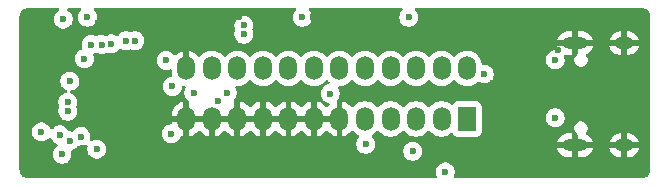
<source format=gbr>
%TF.GenerationSoftware,KiCad,Pcbnew,9.0.3*%
%TF.CreationDate,2025-08-28T21:01:50-07:00*%
%TF.ProjectId,xyp-gpib,7879702d-6770-4696-922e-6b696361645f,rev?*%
%TF.SameCoordinates,Original*%
%TF.FileFunction,Copper,L2,Inr*%
%TF.FilePolarity,Positive*%
%FSLAX46Y46*%
G04 Gerber Fmt 4.6, Leading zero omitted, Abs format (unit mm)*
G04 Created by KiCad (PCBNEW 9.0.3) date 2025-08-28 21:01:50*
%MOMM*%
%LPD*%
G01*
G04 APERTURE LIST*
%TA.AperFunction,ComponentPad*%
%ADD10O,2.100000X1.000000*%
%TD*%
%TA.AperFunction,ComponentPad*%
%ADD11O,1.600000X1.000000*%
%TD*%
%TA.AperFunction,ComponentPad*%
%ADD12R,1.500000X2.000000*%
%TD*%
%TA.AperFunction,ComponentPad*%
%ADD13O,1.500000X2.000000*%
%TD*%
%TA.AperFunction,ViaPad*%
%ADD14C,0.600000*%
%TD*%
G04 APERTURE END LIST*
D10*
%TO.N,GND*%
%TO.C,J1*%
X227336200Y-86916800D03*
D11*
X231516200Y-86916800D03*
D10*
X227336200Y-78276800D03*
D11*
X231516200Y-78276800D03*
%TD*%
D12*
%TO.N,/DIO5*%
%TO.C,GPIB1*%
X218194000Y-84695000D03*
D13*
%TO.N,/DIO1*%
X218194000Y-80405000D03*
%TO.N,/DIO6*%
X216034000Y-84695000D03*
%TO.N,/DIO2*%
X216034000Y-80405000D03*
%TO.N,/DIO7*%
X213874000Y-84695000D03*
%TO.N,/DIO3*%
X213874000Y-80405000D03*
%TO.N,/DIO8*%
X211714000Y-84695000D03*
%TO.N,/DIO4*%
X211714000Y-80405000D03*
%TO.N,/REN*%
X209554000Y-84695000D03*
%TO.N,/EOI*%
X209554000Y-80405000D03*
%TO.N,GND*%
X207394000Y-84695000D03*
%TO.N,/DAV*%
X207394000Y-80405000D03*
%TO.N,GND*%
X205234000Y-84695000D03*
%TO.N,/NRFD*%
X205234000Y-80405000D03*
%TO.N,GND*%
X203074000Y-84695000D03*
%TO.N,/NDAC*%
X203074000Y-80405000D03*
%TO.N,GND*%
X200914000Y-84695000D03*
%TO.N,/IFC*%
X200914000Y-80405000D03*
%TO.N,GND*%
X198754000Y-84695000D03*
%TO.N,/SRQ*%
X198754000Y-80405000D03*
%TO.N,GND*%
X196594000Y-84695000D03*
%TO.N,/ATN*%
X196594000Y-80405000D03*
%TO.N,GND*%
X194434000Y-84695000D03*
X194434000Y-80405000D03*
%TD*%
D14*
%TO.N,GND*%
X183303000Y-80846000D03*
X186849000Y-80931000D03*
X186953000Y-76546000D03*
X188849000Y-82931000D03*
X190849000Y-84931000D03*
X181003000Y-83896000D03*
X198853000Y-76096000D03*
X191803000Y-76314000D03*
X188849000Y-82931000D03*
X196803000Y-76296000D03*
X201253000Y-77096000D03*
X225853000Y-78896000D03*
X185706024Y-87186005D03*
X225753000Y-85696000D03*
X186849000Y-84931000D03*
X188849000Y-82931000D03*
X193453000Y-76314000D03*
X188849000Y-82931000D03*
X188849000Y-82931000D03*
X205153000Y-76096000D03*
X190849000Y-80931000D03*
X220349000Y-81681000D03*
X221853000Y-77696000D03*
X189453000Y-76896000D03*
X214103000Y-82546000D03*
X182153000Y-83796000D03*
X188849000Y-82931000D03*
%TO.N,+5V*%
X184003000Y-76246000D03*
X216349000Y-89181000D03*
X192703000Y-79746000D03*
X225653000Y-79696000D03*
X213253000Y-76096000D03*
X197099000Y-83181000D03*
X225653000Y-84596000D03*
X204253000Y-76096000D03*
X213599000Y-87431000D03*
X193153000Y-85946000D03*
X188053000Y-78346000D03*
X186847259Y-87246536D03*
X184553000Y-81496000D03*
%TO.N,/EOI*%
X209610200Y-86833200D03*
%TO.N,/DIO4*%
X184553000Y-86546000D03*
%TO.N,/DIO3*%
X183728000Y-86046000D03*
%TO.N,/DIO6*%
X185511500Y-86187500D03*
%TO.N,/DIO2*%
X184403000Y-84046000D03*
%TO.N,/DIO1*%
X184393771Y-83279234D03*
%TO.N,/MOSI*%
X186053000Y-76096000D03*
X219653000Y-80896000D03*
X186353000Y-78396000D03*
%TO.N,Net-(D1-A)*%
X197903000Y-82496000D03*
X195053000Y-82496000D03*
%TO.N,/SCK*%
X182153000Y-85796000D03*
X187253000Y-78396000D03*
%TO.N,/MISO*%
X183903000Y-87696000D03*
X185803000Y-79596000D03*
%TO.N,/Db+*%
X199303000Y-77521000D03*
X190083000Y-78074055D03*
%TO.N,/Db-*%
X189333000Y-78074055D03*
X199303000Y-76771000D03*
%TO.N,Net-(D2-A)*%
X206603000Y-82546000D03*
X193253000Y-81946000D03*
%TD*%
%TA.AperFunction,Conductor*%
%TO.N,GND*%
G36*
X196128075Y-84502007D02*
G01*
X196094000Y-84629174D01*
X196094000Y-84760826D01*
X196128075Y-84887993D01*
X196160988Y-84945000D01*
X194867012Y-84945000D01*
X194899925Y-84887993D01*
X194934000Y-84760826D01*
X194934000Y-84629174D01*
X194899925Y-84502007D01*
X194867012Y-84445000D01*
X196160988Y-84445000D01*
X196128075Y-84502007D01*
G37*
%TD.AperFunction*%
%TA.AperFunction,Conductor*%
G36*
X198288075Y-84502007D02*
G01*
X198254000Y-84629174D01*
X198254000Y-84760826D01*
X198288075Y-84887993D01*
X198320988Y-84945000D01*
X197027012Y-84945000D01*
X197059925Y-84887993D01*
X197094000Y-84760826D01*
X197094000Y-84629174D01*
X197059925Y-84502007D01*
X197027012Y-84445000D01*
X198320988Y-84445000D01*
X198288075Y-84502007D01*
G37*
%TD.AperFunction*%
%TA.AperFunction,Conductor*%
G36*
X200448075Y-84502007D02*
G01*
X200414000Y-84629174D01*
X200414000Y-84760826D01*
X200448075Y-84887993D01*
X200480988Y-84945000D01*
X199187012Y-84945000D01*
X199219925Y-84887993D01*
X199254000Y-84760826D01*
X199254000Y-84629174D01*
X199219925Y-84502007D01*
X199187012Y-84445000D01*
X200480988Y-84445000D01*
X200448075Y-84502007D01*
G37*
%TD.AperFunction*%
%TA.AperFunction,Conductor*%
G36*
X202608075Y-84502007D02*
G01*
X202574000Y-84629174D01*
X202574000Y-84760826D01*
X202608075Y-84887993D01*
X202640988Y-84945000D01*
X201347012Y-84945000D01*
X201379925Y-84887993D01*
X201414000Y-84760826D01*
X201414000Y-84629174D01*
X201379925Y-84502007D01*
X201347012Y-84445000D01*
X202640988Y-84445000D01*
X202608075Y-84502007D01*
G37*
%TD.AperFunction*%
%TA.AperFunction,Conductor*%
G36*
X204768075Y-84502007D02*
G01*
X204734000Y-84629174D01*
X204734000Y-84760826D01*
X204768075Y-84887993D01*
X204800988Y-84945000D01*
X203507012Y-84945000D01*
X203539925Y-84887993D01*
X203574000Y-84760826D01*
X203574000Y-84629174D01*
X203539925Y-84502007D01*
X203507012Y-84445000D01*
X204800988Y-84445000D01*
X204768075Y-84502007D01*
G37*
%TD.AperFunction*%
%TA.AperFunction,Conductor*%
G36*
X206928075Y-84502007D02*
G01*
X206894000Y-84629174D01*
X206894000Y-84760826D01*
X206928075Y-84887993D01*
X206960988Y-84945000D01*
X205667012Y-84945000D01*
X205699925Y-84887993D01*
X205734000Y-84760826D01*
X205734000Y-84629174D01*
X205699925Y-84502007D01*
X205667012Y-84445000D01*
X206960988Y-84445000D01*
X206928075Y-84502007D01*
G37*
%TD.AperFunction*%
%TA.AperFunction,Conductor*%
G36*
X206324632Y-81386617D02*
G01*
X206338625Y-81385416D01*
X206357708Y-81395485D01*
X206378554Y-81401074D01*
X206392261Y-81413717D01*
X206400420Y-81418022D01*
X206405766Y-81423550D01*
X206410329Y-81428571D01*
X206440172Y-81469646D01*
X206522245Y-81551719D01*
X206524238Y-81553912D01*
X206538257Y-81582782D01*
X206553638Y-81610950D01*
X206553419Y-81614006D01*
X206554758Y-81616763D01*
X206550943Y-81648625D01*
X206548654Y-81680642D01*
X206546817Y-81683095D01*
X206546453Y-81686137D01*
X206526015Y-81710882D01*
X206506782Y-81736575D01*
X206503638Y-81737976D01*
X206501960Y-81740009D01*
X206491808Y-81743252D01*
X206456664Y-81758925D01*
X206369508Y-81776261D01*
X206369498Y-81776264D01*
X206223827Y-81836602D01*
X206223814Y-81836609D01*
X206092711Y-81924210D01*
X206092707Y-81924213D01*
X205981213Y-82035707D01*
X205981210Y-82035711D01*
X205893609Y-82166814D01*
X205893602Y-82166827D01*
X205833264Y-82312498D01*
X205833261Y-82312510D01*
X205802500Y-82467153D01*
X205802500Y-82624846D01*
X205833261Y-82779489D01*
X205833264Y-82779501D01*
X205893602Y-82925172D01*
X205893609Y-82925185D01*
X205981210Y-83056288D01*
X205981213Y-83056292D01*
X206092707Y-83167786D01*
X206092711Y-83167789D01*
X206223814Y-83255390D01*
X206223827Y-83255397D01*
X206323060Y-83296500D01*
X206369503Y-83315737D01*
X206463926Y-83334519D01*
X206470407Y-83337909D01*
X206477723Y-83338098D01*
X206500952Y-83353886D01*
X206525837Y-83366903D01*
X206529457Y-83373260D01*
X206535509Y-83377374D01*
X206546515Y-83403217D01*
X206560411Y-83427619D01*
X206560019Y-83434923D01*
X206562887Y-83441656D01*
X206558174Y-83469345D01*
X206556672Y-83497388D01*
X206552104Y-83505018D01*
X206551165Y-83510536D01*
X206536478Y-83531118D01*
X206531325Y-83539726D01*
X206405590Y-83677495D01*
X206381396Y-83692176D01*
X206358987Y-83709457D01*
X206351920Y-83710063D01*
X206345858Y-83713743D01*
X206317567Y-83713013D01*
X206289374Y-83715435D01*
X206283102Y-83712125D01*
X206276012Y-83711943D01*
X206252606Y-83696034D01*
X206227579Y-83682829D01*
X206219559Y-83673573D01*
X206218226Y-83672667D01*
X206217695Y-83671422D01*
X206213683Y-83666791D01*
X206187450Y-83630686D01*
X206187443Y-83630677D01*
X206048321Y-83491555D01*
X205889143Y-83375904D01*
X205713835Y-83286581D01*
X205526705Y-83225778D01*
X205484000Y-83219014D01*
X205484000Y-84261988D01*
X205426993Y-84229075D01*
X205299826Y-84195000D01*
X205168174Y-84195000D01*
X205041007Y-84229075D01*
X204984000Y-84261988D01*
X204984000Y-83219014D01*
X204983999Y-83219014D01*
X204941294Y-83225778D01*
X204754164Y-83286581D01*
X204578856Y-83375904D01*
X204419678Y-83491555D01*
X204280556Y-83630677D01*
X204280549Y-83630686D01*
X204254317Y-83666791D01*
X204198987Y-83709457D01*
X204129374Y-83715435D01*
X204067579Y-83682829D01*
X204053683Y-83666791D01*
X204027450Y-83630686D01*
X204027443Y-83630677D01*
X203888321Y-83491555D01*
X203729143Y-83375904D01*
X203553835Y-83286581D01*
X203366705Y-83225778D01*
X203324000Y-83219014D01*
X203324000Y-84261988D01*
X203266993Y-84229075D01*
X203139826Y-84195000D01*
X203008174Y-84195000D01*
X202881007Y-84229075D01*
X202824000Y-84261988D01*
X202824000Y-83219014D01*
X202823999Y-83219014D01*
X202781294Y-83225778D01*
X202594164Y-83286581D01*
X202418856Y-83375904D01*
X202259678Y-83491555D01*
X202120556Y-83630677D01*
X202120549Y-83630686D01*
X202094317Y-83666791D01*
X202038987Y-83709457D01*
X201969374Y-83715435D01*
X201907579Y-83682829D01*
X201893683Y-83666791D01*
X201867450Y-83630686D01*
X201867443Y-83630677D01*
X201728321Y-83491555D01*
X201569143Y-83375904D01*
X201393835Y-83286581D01*
X201206705Y-83225778D01*
X201164000Y-83219014D01*
X201164000Y-84261988D01*
X201106993Y-84229075D01*
X200979826Y-84195000D01*
X200848174Y-84195000D01*
X200721007Y-84229075D01*
X200664000Y-84261988D01*
X200664000Y-83219014D01*
X200663999Y-83219014D01*
X200621294Y-83225778D01*
X200434164Y-83286581D01*
X200258856Y-83375904D01*
X200099678Y-83491555D01*
X199960556Y-83630677D01*
X199960549Y-83630686D01*
X199934317Y-83666791D01*
X199878987Y-83709457D01*
X199809374Y-83715435D01*
X199747579Y-83682829D01*
X199733683Y-83666791D01*
X199707450Y-83630686D01*
X199707443Y-83630677D01*
X199568321Y-83491555D01*
X199409143Y-83375904D01*
X199233835Y-83286581D01*
X199046705Y-83225778D01*
X199004000Y-83219014D01*
X199004000Y-84261988D01*
X198946993Y-84229075D01*
X198819826Y-84195000D01*
X198688174Y-84195000D01*
X198561007Y-84229075D01*
X198504000Y-84261988D01*
X198504000Y-83219014D01*
X198502482Y-83217718D01*
X198464289Y-83159211D01*
X198463789Y-83089343D01*
X198495331Y-83035746D01*
X198524789Y-83006289D01*
X198612394Y-82875179D01*
X198672737Y-82729497D01*
X198703500Y-82574842D01*
X198703500Y-82417158D01*
X198703500Y-82417155D01*
X198703499Y-82417153D01*
X198689109Y-82344812D01*
X198672737Y-82262503D01*
X198612794Y-82117786D01*
X198612397Y-82116827D01*
X198612390Y-82116814D01*
X198600080Y-82098391D01*
X198579202Y-82031714D01*
X198597686Y-81964334D01*
X198649665Y-81917643D01*
X198703182Y-81905500D01*
X198852422Y-81905500D01*
X199046826Y-81874709D01*
X199070081Y-81867153D01*
X199234025Y-81813884D01*
X199409405Y-81724524D01*
X199568646Y-81608828D01*
X199707828Y-81469646D01*
X199733682Y-81434060D01*
X199789012Y-81391395D01*
X199858625Y-81385416D01*
X199920420Y-81418022D01*
X199934317Y-81434059D01*
X199960172Y-81469646D01*
X200099354Y-81608828D01*
X200258595Y-81724524D01*
X200326111Y-81758925D01*
X200433970Y-81813882D01*
X200433972Y-81813882D01*
X200433975Y-81813884D01*
X200503906Y-81836606D01*
X200621173Y-81874709D01*
X200815578Y-81905500D01*
X200815583Y-81905500D01*
X201012422Y-81905500D01*
X201206826Y-81874709D01*
X201230081Y-81867153D01*
X201394025Y-81813884D01*
X201569405Y-81724524D01*
X201728646Y-81608828D01*
X201867828Y-81469646D01*
X201893682Y-81434060D01*
X201949012Y-81391395D01*
X202018625Y-81385416D01*
X202080420Y-81418022D01*
X202094317Y-81434059D01*
X202120172Y-81469646D01*
X202259354Y-81608828D01*
X202418595Y-81724524D01*
X202486111Y-81758925D01*
X202593970Y-81813882D01*
X202593972Y-81813882D01*
X202593975Y-81813884D01*
X202663906Y-81836606D01*
X202781173Y-81874709D01*
X202975578Y-81905500D01*
X202975583Y-81905500D01*
X203172422Y-81905500D01*
X203366826Y-81874709D01*
X203390081Y-81867153D01*
X203554025Y-81813884D01*
X203729405Y-81724524D01*
X203888646Y-81608828D01*
X204027828Y-81469646D01*
X204053682Y-81434060D01*
X204109012Y-81391395D01*
X204178625Y-81385416D01*
X204240420Y-81418022D01*
X204254317Y-81434059D01*
X204280172Y-81469646D01*
X204419354Y-81608828D01*
X204578595Y-81724524D01*
X204646111Y-81758925D01*
X204753970Y-81813882D01*
X204753972Y-81813882D01*
X204753975Y-81813884D01*
X204823906Y-81836606D01*
X204941173Y-81874709D01*
X205135578Y-81905500D01*
X205135583Y-81905500D01*
X205332422Y-81905500D01*
X205526826Y-81874709D01*
X205550081Y-81867153D01*
X205714025Y-81813884D01*
X205889405Y-81724524D01*
X206048646Y-81608828D01*
X206187828Y-81469646D01*
X206213682Y-81434060D01*
X206230769Y-81420884D01*
X206244512Y-81404245D01*
X206257891Y-81399970D01*
X206269012Y-81391395D01*
X206290511Y-81389548D01*
X206311067Y-81382981D01*
X206324632Y-81386617D01*
G37*
%TD.AperFunction*%
%TA.AperFunction,Conductor*%
G36*
X183637547Y-75320185D02*
G01*
X183683302Y-75372989D01*
X183693246Y-75442147D01*
X183664221Y-75505703D01*
X183628959Y-75533860D01*
X183623814Y-75536609D01*
X183492711Y-75624210D01*
X183492707Y-75624213D01*
X183381213Y-75735707D01*
X183381210Y-75735711D01*
X183293609Y-75866814D01*
X183293602Y-75866827D01*
X183233264Y-76012498D01*
X183233261Y-76012510D01*
X183202500Y-76167153D01*
X183202500Y-76324846D01*
X183233261Y-76479489D01*
X183233264Y-76479501D01*
X183293602Y-76625172D01*
X183293609Y-76625185D01*
X183381210Y-76756288D01*
X183381213Y-76756292D01*
X183492707Y-76867786D01*
X183492711Y-76867789D01*
X183623814Y-76955390D01*
X183623827Y-76955397D01*
X183769498Y-77015735D01*
X183769503Y-77015737D01*
X183924153Y-77046499D01*
X183924156Y-77046500D01*
X183924158Y-77046500D01*
X184081844Y-77046500D01*
X184081845Y-77046499D01*
X184236497Y-77015737D01*
X184382179Y-76955394D01*
X184513289Y-76867789D01*
X184624789Y-76756289D01*
X184712394Y-76625179D01*
X184772737Y-76479497D01*
X184803500Y-76324842D01*
X184803500Y-76167158D01*
X184803500Y-76167155D01*
X184803499Y-76167153D01*
X184772738Y-76012510D01*
X184772737Y-76012503D01*
X184772735Y-76012498D01*
X184712397Y-75866827D01*
X184712390Y-75866814D01*
X184624789Y-75735711D01*
X184624786Y-75735707D01*
X184513292Y-75624213D01*
X184513288Y-75624210D01*
X184382185Y-75536609D01*
X184377041Y-75533860D01*
X184327196Y-75484898D01*
X184311734Y-75416761D01*
X184335564Y-75351081D01*
X184391121Y-75308711D01*
X184435492Y-75300500D01*
X185417059Y-75300500D01*
X185484098Y-75320185D01*
X185529853Y-75372989D01*
X185539797Y-75442147D01*
X185510772Y-75505703D01*
X185504740Y-75512181D01*
X185431213Y-75585707D01*
X185431210Y-75585711D01*
X185343609Y-75716814D01*
X185343602Y-75716827D01*
X185283264Y-75862498D01*
X185283261Y-75862510D01*
X185252500Y-76017153D01*
X185252500Y-76174846D01*
X185283261Y-76329489D01*
X185283264Y-76329501D01*
X185343602Y-76475172D01*
X185343609Y-76475185D01*
X185431210Y-76606288D01*
X185431213Y-76606292D01*
X185542707Y-76717786D01*
X185542711Y-76717789D01*
X185673814Y-76805390D01*
X185673827Y-76805397D01*
X185781138Y-76849846D01*
X185819503Y-76865737D01*
X185974153Y-76896499D01*
X185974156Y-76896500D01*
X185974158Y-76896500D01*
X186131844Y-76896500D01*
X186131845Y-76896499D01*
X186286497Y-76865737D01*
X186432179Y-76805394D01*
X186563289Y-76717789D01*
X186588925Y-76692153D01*
X198502500Y-76692153D01*
X198502500Y-76849846D01*
X198533261Y-77004489D01*
X198533264Y-77004501D01*
X198572219Y-77098548D01*
X198579688Y-77168018D01*
X198572219Y-77193452D01*
X198533264Y-77287498D01*
X198533261Y-77287510D01*
X198502500Y-77442153D01*
X198502500Y-77599846D01*
X198533261Y-77754489D01*
X198533264Y-77754501D01*
X198593602Y-77900172D01*
X198593609Y-77900185D01*
X198681210Y-78031288D01*
X198681213Y-78031292D01*
X198792707Y-78142786D01*
X198792711Y-78142789D01*
X198923814Y-78230390D01*
X198923827Y-78230397D01*
X199069498Y-78290735D01*
X199069503Y-78290737D01*
X199224153Y-78321499D01*
X199224156Y-78321500D01*
X199224158Y-78321500D01*
X199381844Y-78321500D01*
X199381845Y-78321499D01*
X199536497Y-78290737D01*
X199682179Y-78230394D01*
X199813289Y-78142789D01*
X199924789Y-78031289D01*
X199934461Y-78016814D01*
X199951549Y-77991241D01*
X199951549Y-77991240D01*
X200012390Y-77900185D01*
X200012390Y-77900184D01*
X200012394Y-77900179D01*
X200018389Y-77885707D01*
X200037092Y-77840553D01*
X200072737Y-77754497D01*
X200103500Y-77599842D01*
X200103500Y-77442158D01*
X200103500Y-77442155D01*
X200103499Y-77442153D01*
X200085316Y-77350743D01*
X200072737Y-77287503D01*
X200033778Y-77193449D01*
X200026310Y-77123984D01*
X200033775Y-77098556D01*
X200072737Y-77004497D01*
X200103500Y-76849842D01*
X200103500Y-76692158D01*
X200103500Y-76692155D01*
X200103499Y-76692153D01*
X200090177Y-76625179D01*
X200072737Y-76537503D01*
X200048712Y-76479501D01*
X200012397Y-76391827D01*
X200012390Y-76391814D01*
X199924789Y-76260711D01*
X199924786Y-76260707D01*
X199813292Y-76149213D01*
X199813288Y-76149210D01*
X199682185Y-76061609D01*
X199682172Y-76061602D01*
X199536501Y-76001264D01*
X199536489Y-76001261D01*
X199381845Y-75970500D01*
X199381842Y-75970500D01*
X199224158Y-75970500D01*
X199224155Y-75970500D01*
X199069510Y-76001261D01*
X199069498Y-76001264D01*
X198923827Y-76061602D01*
X198923814Y-76061609D01*
X198792711Y-76149210D01*
X198792707Y-76149213D01*
X198681213Y-76260707D01*
X198681210Y-76260711D01*
X198593609Y-76391814D01*
X198593602Y-76391827D01*
X198533264Y-76537498D01*
X198533261Y-76537510D01*
X198502500Y-76692153D01*
X186588925Y-76692153D01*
X186674789Y-76606289D01*
X186762394Y-76475179D01*
X186822737Y-76329497D01*
X186853500Y-76174842D01*
X186853500Y-76017158D01*
X186853500Y-76017155D01*
X186853499Y-76017153D01*
X186844219Y-75970500D01*
X186822737Y-75862503D01*
X186773651Y-75743997D01*
X186762397Y-75716827D01*
X186762390Y-75716814D01*
X186674789Y-75585711D01*
X186674786Y-75585707D01*
X186601260Y-75512181D01*
X186567775Y-75450858D01*
X186572759Y-75381166D01*
X186614631Y-75325233D01*
X186680095Y-75300816D01*
X186688941Y-75300500D01*
X203617059Y-75300500D01*
X203684098Y-75320185D01*
X203729853Y-75372989D01*
X203739797Y-75442147D01*
X203710772Y-75505703D01*
X203704740Y-75512181D01*
X203631213Y-75585707D01*
X203631210Y-75585711D01*
X203543609Y-75716814D01*
X203543602Y-75716827D01*
X203483264Y-75862498D01*
X203483261Y-75862510D01*
X203452500Y-76017153D01*
X203452500Y-76174846D01*
X203483261Y-76329489D01*
X203483264Y-76329501D01*
X203543602Y-76475172D01*
X203543609Y-76475185D01*
X203631210Y-76606288D01*
X203631213Y-76606292D01*
X203742707Y-76717786D01*
X203742711Y-76717789D01*
X203873814Y-76805390D01*
X203873827Y-76805397D01*
X203981138Y-76849846D01*
X204019503Y-76865737D01*
X204174153Y-76896499D01*
X204174156Y-76896500D01*
X204174158Y-76896500D01*
X204331844Y-76896500D01*
X204331845Y-76896499D01*
X204486497Y-76865737D01*
X204632179Y-76805394D01*
X204763289Y-76717789D01*
X204874789Y-76606289D01*
X204962394Y-76475179D01*
X205022737Y-76329497D01*
X205053500Y-76174842D01*
X205053500Y-76017158D01*
X205053500Y-76017155D01*
X205053499Y-76017153D01*
X205044219Y-75970500D01*
X205022737Y-75862503D01*
X204973651Y-75743997D01*
X204962397Y-75716827D01*
X204962390Y-75716814D01*
X204874789Y-75585711D01*
X204874786Y-75585707D01*
X204801260Y-75512181D01*
X204767775Y-75450858D01*
X204772759Y-75381166D01*
X204814631Y-75325233D01*
X204880095Y-75300816D01*
X204888941Y-75300500D01*
X212617059Y-75300500D01*
X212684098Y-75320185D01*
X212729853Y-75372989D01*
X212739797Y-75442147D01*
X212710772Y-75505703D01*
X212704740Y-75512181D01*
X212631213Y-75585707D01*
X212631210Y-75585711D01*
X212543609Y-75716814D01*
X212543602Y-75716827D01*
X212483264Y-75862498D01*
X212483261Y-75862510D01*
X212452500Y-76017153D01*
X212452500Y-76174846D01*
X212483261Y-76329489D01*
X212483264Y-76329501D01*
X212543602Y-76475172D01*
X212543609Y-76475185D01*
X212631210Y-76606288D01*
X212631213Y-76606292D01*
X212742707Y-76717786D01*
X212742711Y-76717789D01*
X212873814Y-76805390D01*
X212873827Y-76805397D01*
X212981138Y-76849846D01*
X213019503Y-76865737D01*
X213174153Y-76896499D01*
X213174156Y-76896500D01*
X213174158Y-76896500D01*
X213331844Y-76896500D01*
X213331845Y-76896499D01*
X213486497Y-76865737D01*
X213632179Y-76805394D01*
X213763289Y-76717789D01*
X213874789Y-76606289D01*
X213962394Y-76475179D01*
X214022737Y-76329497D01*
X214053500Y-76174842D01*
X214053500Y-76017158D01*
X214053500Y-76017155D01*
X214053499Y-76017153D01*
X214044219Y-75970500D01*
X214022737Y-75862503D01*
X213973651Y-75743997D01*
X213962397Y-75716827D01*
X213962390Y-75716814D01*
X213874789Y-75585711D01*
X213874786Y-75585707D01*
X213801260Y-75512181D01*
X213767775Y-75450858D01*
X213772759Y-75381166D01*
X213814631Y-75325233D01*
X213880095Y-75300816D01*
X213888941Y-75300500D01*
X232952405Y-75300500D01*
X232993907Y-75300500D01*
X233006061Y-75301097D01*
X233124317Y-75312744D01*
X233148145Y-75317483D01*
X233256005Y-75350202D01*
X233278453Y-75359501D01*
X233377849Y-75412629D01*
X233398059Y-75426133D01*
X233485179Y-75497630D01*
X233502369Y-75514820D01*
X233573866Y-75601940D01*
X233587370Y-75622150D01*
X233637973Y-75716821D01*
X233640495Y-75721538D01*
X233649798Y-75743997D01*
X233682514Y-75851848D01*
X233687256Y-75875688D01*
X233696594Y-75970500D01*
X233698903Y-75993937D01*
X233699500Y-76006092D01*
X233699500Y-88993907D01*
X233698903Y-89006061D01*
X233698903Y-89006062D01*
X233687256Y-89124311D01*
X233682514Y-89148151D01*
X233649798Y-89256002D01*
X233640495Y-89278461D01*
X233587370Y-89377849D01*
X233573866Y-89398059D01*
X233502369Y-89485179D01*
X233485179Y-89502369D01*
X233398059Y-89573866D01*
X233377849Y-89587370D01*
X233278461Y-89640495D01*
X233256002Y-89649798D01*
X233148151Y-89682514D01*
X233124311Y-89687256D01*
X233039109Y-89695648D01*
X233006060Y-89698903D01*
X232993907Y-89699500D01*
X217186265Y-89699500D01*
X217119226Y-89679815D01*
X217073471Y-89627011D01*
X217063527Y-89557853D01*
X217071704Y-89528048D01*
X217118735Y-89414501D01*
X217118737Y-89414497D01*
X217149500Y-89259842D01*
X217149500Y-89102158D01*
X217149500Y-89102155D01*
X217149499Y-89102153D01*
X217118738Y-88947510D01*
X217118737Y-88947503D01*
X217118735Y-88947498D01*
X217058397Y-88801827D01*
X217058390Y-88801814D01*
X216970789Y-88670711D01*
X216970786Y-88670707D01*
X216859292Y-88559213D01*
X216859288Y-88559210D01*
X216728185Y-88471609D01*
X216728172Y-88471602D01*
X216582501Y-88411264D01*
X216582489Y-88411261D01*
X216427845Y-88380500D01*
X216427842Y-88380500D01*
X216270158Y-88380500D01*
X216270155Y-88380500D01*
X216115510Y-88411261D01*
X216115498Y-88411264D01*
X215969827Y-88471602D01*
X215969814Y-88471609D01*
X215838711Y-88559210D01*
X215838707Y-88559213D01*
X215727213Y-88670707D01*
X215727210Y-88670711D01*
X215639609Y-88801814D01*
X215639602Y-88801827D01*
X215579264Y-88947498D01*
X215579261Y-88947510D01*
X215548500Y-89102153D01*
X215548500Y-89259846D01*
X215579261Y-89414489D01*
X215579264Y-89414501D01*
X215626296Y-89528048D01*
X215633765Y-89597518D01*
X215602489Y-89659997D01*
X215542400Y-89695648D01*
X215511735Y-89699500D01*
X181006093Y-89699500D01*
X180993939Y-89698903D01*
X180916634Y-89691289D01*
X180875688Y-89687256D01*
X180851848Y-89682514D01*
X180743997Y-89649798D01*
X180721541Y-89640496D01*
X180622150Y-89587370D01*
X180601940Y-89573866D01*
X180514820Y-89502369D01*
X180497630Y-89485179D01*
X180426133Y-89398059D01*
X180412629Y-89377849D01*
X180373441Y-89304534D01*
X180359501Y-89278453D01*
X180350201Y-89256002D01*
X180317483Y-89148145D01*
X180312744Y-89124317D01*
X180301097Y-89006061D01*
X180300500Y-88993907D01*
X180300500Y-85717153D01*
X181352500Y-85717153D01*
X181352500Y-85874846D01*
X181383261Y-86029489D01*
X181383264Y-86029501D01*
X181443602Y-86175172D01*
X181443609Y-86175185D01*
X181531210Y-86306288D01*
X181531213Y-86306292D01*
X181642707Y-86417786D01*
X181642711Y-86417789D01*
X181773814Y-86505390D01*
X181773827Y-86505397D01*
X181919498Y-86565735D01*
X181919503Y-86565737D01*
X182074153Y-86596499D01*
X182074156Y-86596500D01*
X182074158Y-86596500D01*
X182231844Y-86596500D01*
X182231845Y-86596499D01*
X182386497Y-86565737D01*
X182532179Y-86505394D01*
X182663289Y-86417789D01*
X182675507Y-86405571D01*
X182779097Y-86301982D01*
X182780535Y-86303420D01*
X182830574Y-86269322D01*
X182900418Y-86267438D01*
X182960194Y-86303613D01*
X182983266Y-86339861D01*
X183018604Y-86425176D01*
X183018609Y-86425185D01*
X183106210Y-86556288D01*
X183106213Y-86556292D01*
X183217707Y-86667786D01*
X183217711Y-86667789D01*
X183348814Y-86755390D01*
X183348827Y-86755397D01*
X183456133Y-86799844D01*
X183510537Y-86843684D01*
X183532602Y-86909979D01*
X183515323Y-86977678D01*
X183477573Y-87017507D01*
X183392707Y-87074213D01*
X183281213Y-87185707D01*
X183281210Y-87185711D01*
X183193609Y-87316814D01*
X183193602Y-87316827D01*
X183133264Y-87462498D01*
X183133261Y-87462510D01*
X183102500Y-87617153D01*
X183102500Y-87774846D01*
X183133261Y-87929489D01*
X183133264Y-87929501D01*
X183193602Y-88075172D01*
X183193609Y-88075185D01*
X183281210Y-88206288D01*
X183281213Y-88206292D01*
X183392707Y-88317786D01*
X183392711Y-88317789D01*
X183523814Y-88405390D01*
X183523827Y-88405397D01*
X183669498Y-88465735D01*
X183669503Y-88465737D01*
X183824153Y-88496499D01*
X183824156Y-88496500D01*
X183824158Y-88496500D01*
X183981844Y-88496500D01*
X183981845Y-88496499D01*
X184136497Y-88465737D01*
X184249166Y-88419067D01*
X184282172Y-88405397D01*
X184282172Y-88405396D01*
X184282179Y-88405394D01*
X184413289Y-88317789D01*
X184524789Y-88206289D01*
X184612394Y-88075179D01*
X184672737Y-87929497D01*
X184703500Y-87774842D01*
X184703500Y-87617158D01*
X184703500Y-87617155D01*
X184682153Y-87509842D01*
X184673175Y-87464705D01*
X184679402Y-87395117D01*
X184722264Y-87339939D01*
X184770600Y-87318898D01*
X184786497Y-87315737D01*
X184932179Y-87255394D01*
X185063289Y-87167789D01*
X185174789Y-87056289D01*
X185199285Y-87019626D01*
X185252895Y-86974822D01*
X185322220Y-86966113D01*
X185326578Y-86966900D01*
X185432653Y-86987999D01*
X185432656Y-86988000D01*
X185432658Y-86988000D01*
X185590344Y-86988000D01*
X185590345Y-86987999D01*
X185744997Y-86957237D01*
X185890679Y-86896894D01*
X185890679Y-86896893D01*
X185894376Y-86894918D01*
X185962777Y-86880671D01*
X186028023Y-86905667D01*
X186069397Y-86961969D01*
X186074453Y-87028463D01*
X186046759Y-87167689D01*
X186046759Y-87325382D01*
X186077520Y-87480025D01*
X186077523Y-87480037D01*
X186137861Y-87625708D01*
X186137868Y-87625721D01*
X186225469Y-87756824D01*
X186225472Y-87756828D01*
X186336966Y-87868322D01*
X186336970Y-87868325D01*
X186468073Y-87955926D01*
X186468086Y-87955933D01*
X186613757Y-88016271D01*
X186613762Y-88016273D01*
X186768412Y-88047035D01*
X186768415Y-88047036D01*
X186768417Y-88047036D01*
X186926103Y-88047036D01*
X186926104Y-88047035D01*
X187080756Y-88016273D01*
X187226438Y-87955930D01*
X187357548Y-87868325D01*
X187469048Y-87756825D01*
X187556653Y-87625715D01*
X187560200Y-87617153D01*
X187586248Y-87554266D01*
X187616996Y-87480033D01*
X187647759Y-87325378D01*
X187647759Y-87167694D01*
X187647759Y-87167691D01*
X187647758Y-87167689D01*
X187645604Y-87156860D01*
X187616996Y-87013039D01*
X187597559Y-86966113D01*
X187556656Y-86867363D01*
X187556649Y-86867350D01*
X187469048Y-86736247D01*
X187469045Y-86736243D01*
X187357551Y-86624749D01*
X187357547Y-86624746D01*
X187226444Y-86537145D01*
X187226431Y-86537138D01*
X187080760Y-86476800D01*
X187080748Y-86476797D01*
X186926104Y-86446036D01*
X186926101Y-86446036D01*
X186768417Y-86446036D01*
X186768414Y-86446036D01*
X186613769Y-86476797D01*
X186613757Y-86476800D01*
X186468078Y-86537142D01*
X186464368Y-86539125D01*
X186395964Y-86553363D01*
X186330722Y-86528358D01*
X186289355Y-86472050D01*
X186284305Y-86405571D01*
X186312000Y-86266344D01*
X186312000Y-86108655D01*
X186311999Y-86108653D01*
X186300839Y-86052547D01*
X186281237Y-85954003D01*
X186265716Y-85916531D01*
X186262397Y-85908518D01*
X186220897Y-85808327D01*
X186220890Y-85808314D01*
X186133289Y-85677211D01*
X186133286Y-85677207D01*
X186021792Y-85565713D01*
X186021788Y-85565710D01*
X185890685Y-85478109D01*
X185890672Y-85478102D01*
X185745001Y-85417764D01*
X185744989Y-85417761D01*
X185590345Y-85387000D01*
X185590342Y-85387000D01*
X185432658Y-85387000D01*
X185432655Y-85387000D01*
X185278010Y-85417761D01*
X185277998Y-85417764D01*
X185132327Y-85478102D01*
X185132314Y-85478109D01*
X185001211Y-85565710D01*
X185001207Y-85565713D01*
X184889713Y-85677207D01*
X184889708Y-85677213D01*
X184865212Y-85713874D01*
X184853820Y-85723393D01*
X184846185Y-85736128D01*
X184827551Y-85745347D01*
X184811599Y-85758679D01*
X184795801Y-85761056D01*
X184783561Y-85767113D01*
X184757514Y-85766819D01*
X184748284Y-85768209D01*
X184743060Y-85767622D01*
X184631842Y-85745500D01*
X184545900Y-85745500D01*
X184539011Y-85744727D01*
X184512931Y-85733781D01*
X184485799Y-85725815D01*
X184481142Y-85720440D01*
X184474585Y-85717689D01*
X184458561Y-85694381D01*
X184440044Y-85673011D01*
X184438278Y-85668954D01*
X184437398Y-85666830D01*
X184437396Y-85666827D01*
X184437394Y-85666821D01*
X184437390Y-85666815D01*
X184349789Y-85535710D01*
X184238292Y-85424213D01*
X184238288Y-85424210D01*
X184107185Y-85336609D01*
X184107172Y-85336602D01*
X183961501Y-85276264D01*
X183961489Y-85276261D01*
X183806845Y-85245500D01*
X183806842Y-85245500D01*
X183649158Y-85245500D01*
X183649155Y-85245500D01*
X183494510Y-85276261D01*
X183494498Y-85276264D01*
X183348827Y-85336602D01*
X183348814Y-85336609D01*
X183217711Y-85424210D01*
X183217707Y-85424213D01*
X183101903Y-85540018D01*
X183100471Y-85538586D01*
X183050370Y-85572694D01*
X182980525Y-85574546D01*
X182920766Y-85538343D01*
X182897733Y-85502137D01*
X182862397Y-85416827D01*
X182862390Y-85416814D01*
X182774789Y-85285711D01*
X182774786Y-85285707D01*
X182663292Y-85174213D01*
X182663288Y-85174210D01*
X182532185Y-85086609D01*
X182532172Y-85086602D01*
X182386501Y-85026264D01*
X182386489Y-85026261D01*
X182231845Y-84995500D01*
X182231842Y-84995500D01*
X182074158Y-84995500D01*
X182074155Y-84995500D01*
X181919510Y-85026261D01*
X181919498Y-85026264D01*
X181773827Y-85086602D01*
X181773814Y-85086609D01*
X181642711Y-85174210D01*
X181642707Y-85174213D01*
X181531213Y-85285707D01*
X181531210Y-85285711D01*
X181443609Y-85416814D01*
X181443602Y-85416827D01*
X181383264Y-85562498D01*
X181383261Y-85562510D01*
X181352500Y-85717153D01*
X180300500Y-85717153D01*
X180300500Y-83200387D01*
X183593271Y-83200387D01*
X183593271Y-83358080D01*
X183624032Y-83512723D01*
X183624035Y-83512735D01*
X183671077Y-83626305D01*
X183678546Y-83695774D01*
X183671078Y-83721208D01*
X183633262Y-83812506D01*
X183633260Y-83812511D01*
X183602500Y-83967153D01*
X183602500Y-84124846D01*
X183633261Y-84279489D01*
X183633264Y-84279501D01*
X183693602Y-84425172D01*
X183693609Y-84425185D01*
X183781210Y-84556288D01*
X183781213Y-84556292D01*
X183892707Y-84667786D01*
X183892711Y-84667789D01*
X184023814Y-84755390D01*
X184023827Y-84755397D01*
X184169498Y-84815735D01*
X184169503Y-84815737D01*
X184324153Y-84846499D01*
X184324156Y-84846500D01*
X184324158Y-84846500D01*
X184481844Y-84846500D01*
X184481845Y-84846499D01*
X184636497Y-84815737D01*
X184782179Y-84755394D01*
X184913289Y-84667789D01*
X185024789Y-84556289D01*
X185112394Y-84425179D01*
X185172737Y-84279497D01*
X185203500Y-84124842D01*
X185203500Y-83967158D01*
X185203500Y-83967155D01*
X185203499Y-83967153D01*
X185200234Y-83950737D01*
X185172737Y-83812503D01*
X185172735Y-83812498D01*
X185125693Y-83698927D01*
X185118224Y-83629458D01*
X185125690Y-83604028D01*
X185163508Y-83512731D01*
X185194271Y-83358076D01*
X185194271Y-83200392D01*
X185194271Y-83200389D01*
X185194270Y-83200387D01*
X185187785Y-83167786D01*
X185163508Y-83045737D01*
X185159369Y-83035744D01*
X185103168Y-82900061D01*
X185103161Y-82900048D01*
X185015560Y-82768945D01*
X185015557Y-82768941D01*
X184904063Y-82657447D01*
X184904059Y-82657444D01*
X184772956Y-82569843D01*
X184772943Y-82569836D01*
X184659014Y-82522646D01*
X184604610Y-82478805D01*
X184582545Y-82412511D01*
X184599824Y-82344812D01*
X184650961Y-82297201D01*
X184682273Y-82286468D01*
X184786497Y-82265737D01*
X184932179Y-82205394D01*
X185063289Y-82117789D01*
X185174789Y-82006289D01*
X185262394Y-81875179D01*
X185265719Y-81867153D01*
X185298106Y-81788962D01*
X185322737Y-81729497D01*
X185353500Y-81574842D01*
X185353500Y-81417158D01*
X185353500Y-81417155D01*
X185353499Y-81417153D01*
X185335012Y-81324213D01*
X185322737Y-81262503D01*
X185322735Y-81262498D01*
X185262397Y-81116827D01*
X185262390Y-81116814D01*
X185174789Y-80985711D01*
X185174786Y-80985707D01*
X185063292Y-80874213D01*
X185063288Y-80874210D01*
X184932185Y-80786609D01*
X184932172Y-80786602D01*
X184786501Y-80726264D01*
X184786489Y-80726261D01*
X184631845Y-80695500D01*
X184631842Y-80695500D01*
X184474158Y-80695500D01*
X184474155Y-80695500D01*
X184319510Y-80726261D01*
X184319498Y-80726264D01*
X184173827Y-80786602D01*
X184173814Y-80786609D01*
X184042711Y-80874210D01*
X184042707Y-80874213D01*
X183931213Y-80985707D01*
X183931210Y-80985711D01*
X183843609Y-81116814D01*
X183843602Y-81116827D01*
X183783264Y-81262498D01*
X183783261Y-81262510D01*
X183752500Y-81417153D01*
X183752500Y-81574846D01*
X183783261Y-81729489D01*
X183783264Y-81729501D01*
X183843602Y-81875172D01*
X183843609Y-81875185D01*
X183931210Y-82006288D01*
X183931213Y-82006292D01*
X184042707Y-82117786D01*
X184042711Y-82117789D01*
X184173814Y-82205390D01*
X184173827Y-82205397D01*
X184287756Y-82252587D01*
X184342160Y-82296427D01*
X184364225Y-82362721D01*
X184346946Y-82430421D01*
X184295809Y-82478032D01*
X184264496Y-82488765D01*
X184160279Y-82509495D01*
X184160269Y-82509498D01*
X184014598Y-82569836D01*
X184014585Y-82569843D01*
X183883482Y-82657444D01*
X183883478Y-82657447D01*
X183771984Y-82768941D01*
X183771981Y-82768945D01*
X183684380Y-82900048D01*
X183684373Y-82900061D01*
X183624035Y-83045732D01*
X183624032Y-83045744D01*
X183593271Y-83200387D01*
X180300500Y-83200387D01*
X180300500Y-79517153D01*
X185002500Y-79517153D01*
X185002500Y-79674846D01*
X185033261Y-79829489D01*
X185033264Y-79829501D01*
X185093602Y-79975172D01*
X185093609Y-79975185D01*
X185181210Y-80106288D01*
X185181213Y-80106292D01*
X185292707Y-80217786D01*
X185292711Y-80217789D01*
X185423814Y-80305390D01*
X185423827Y-80305397D01*
X185569498Y-80365735D01*
X185569503Y-80365737D01*
X185710554Y-80393794D01*
X185724153Y-80396499D01*
X185724156Y-80396500D01*
X185724158Y-80396500D01*
X185881844Y-80396500D01*
X185881845Y-80396499D01*
X186036497Y-80365737D01*
X186182179Y-80305394D01*
X186313289Y-80217789D01*
X186424789Y-80106289D01*
X186512394Y-79975179D01*
X186572737Y-79829497D01*
X186603500Y-79674842D01*
X186603500Y-79667153D01*
X191902500Y-79667153D01*
X191902500Y-79824846D01*
X191933261Y-79979489D01*
X191933264Y-79979501D01*
X191993602Y-80125172D01*
X191993609Y-80125185D01*
X192081210Y-80256288D01*
X192081213Y-80256292D01*
X192192707Y-80367786D01*
X192192711Y-80367789D01*
X192323814Y-80455390D01*
X192323827Y-80455397D01*
X192423060Y-80496500D01*
X192469503Y-80515737D01*
X192624153Y-80546499D01*
X192624156Y-80546500D01*
X192624158Y-80546500D01*
X192781844Y-80546500D01*
X192781845Y-80546499D01*
X192936497Y-80515737D01*
X193012547Y-80484235D01*
X193082017Y-80476767D01*
X193144496Y-80508042D01*
X193180148Y-80568131D01*
X193184000Y-80598797D01*
X193184000Y-80753382D01*
X193214778Y-80947705D01*
X193214778Y-80947706D01*
X193229557Y-80993190D01*
X193231552Y-81063031D01*
X193195472Y-81122864D01*
X193135818Y-81153125D01*
X193019508Y-81176261D01*
X193019498Y-81176264D01*
X192873827Y-81236602D01*
X192873814Y-81236609D01*
X192742711Y-81324210D01*
X192742707Y-81324213D01*
X192631213Y-81435707D01*
X192631210Y-81435711D01*
X192543609Y-81566814D01*
X192543602Y-81566827D01*
X192483264Y-81712498D01*
X192483261Y-81712510D01*
X192452500Y-81867153D01*
X192452500Y-82024846D01*
X192483261Y-82179489D01*
X192483264Y-82179501D01*
X192543602Y-82325172D01*
X192543609Y-82325185D01*
X192631210Y-82456288D01*
X192631213Y-82456292D01*
X192742707Y-82567786D01*
X192742711Y-82567789D01*
X192873814Y-82655390D01*
X192873827Y-82655397D01*
X193019498Y-82715735D01*
X193019503Y-82715737D01*
X193174153Y-82746499D01*
X193174156Y-82746500D01*
X193174158Y-82746500D01*
X193331844Y-82746500D01*
X193331845Y-82746499D01*
X193486497Y-82715737D01*
X193627223Y-82657447D01*
X193632172Y-82655397D01*
X193632172Y-82655396D01*
X193632179Y-82655394D01*
X193763289Y-82567789D01*
X193874789Y-82456289D01*
X193962394Y-82325179D01*
X194022737Y-82179497D01*
X194053500Y-82024842D01*
X194053500Y-82005501D01*
X194058766Y-81987563D01*
X194059034Y-81968870D01*
X194068407Y-81954733D01*
X194073185Y-81938462D01*
X194087312Y-81926220D01*
X194097645Y-81910637D01*
X194113172Y-81903812D01*
X194125989Y-81892707D01*
X194144494Y-81890046D01*
X194161609Y-81882524D01*
X194193628Y-81882981D01*
X194195147Y-81882763D01*
X194196899Y-81883028D01*
X194279509Y-81896113D01*
X194342644Y-81926043D01*
X194379574Y-81985355D01*
X194378576Y-82055217D01*
X194363213Y-82087476D01*
X194343608Y-82116816D01*
X194343602Y-82116827D01*
X194283264Y-82262498D01*
X194283261Y-82262510D01*
X194252500Y-82417153D01*
X194252500Y-82574846D01*
X194283261Y-82729489D01*
X194283264Y-82729501D01*
X194343602Y-82875172D01*
X194343609Y-82875185D01*
X194431210Y-83006288D01*
X194431213Y-83006292D01*
X194542708Y-83117787D01*
X194542711Y-83117789D01*
X194628891Y-83175373D01*
X194673695Y-83228983D01*
X194684000Y-83278474D01*
X194684000Y-84261988D01*
X194626993Y-84229075D01*
X194499826Y-84195000D01*
X194368174Y-84195000D01*
X194241007Y-84229075D01*
X194184000Y-84261988D01*
X194184000Y-83219014D01*
X194183999Y-83219014D01*
X194141294Y-83225778D01*
X193954164Y-83286581D01*
X193778856Y-83375904D01*
X193619678Y-83491555D01*
X193480555Y-83630678D01*
X193364904Y-83789856D01*
X193275581Y-83965164D01*
X193214778Y-84152294D01*
X193184000Y-84346617D01*
X193184000Y-84445000D01*
X194000988Y-84445000D01*
X193968075Y-84502007D01*
X193934000Y-84629174D01*
X193934000Y-84760826D01*
X193968075Y-84887993D01*
X194000988Y-84945000D01*
X193184000Y-84945000D01*
X193184000Y-85022294D01*
X193164315Y-85089333D01*
X193111511Y-85135088D01*
X193079987Y-85143586D01*
X193080132Y-85144311D01*
X192919510Y-85176261D01*
X192919498Y-85176264D01*
X192773827Y-85236602D01*
X192773814Y-85236609D01*
X192642711Y-85324210D01*
X192642707Y-85324213D01*
X192531213Y-85435707D01*
X192531210Y-85435711D01*
X192443609Y-85566814D01*
X192443602Y-85566827D01*
X192383264Y-85712498D01*
X192383261Y-85712510D01*
X192352500Y-85867153D01*
X192352500Y-86024846D01*
X192383261Y-86179489D01*
X192383264Y-86179501D01*
X192443602Y-86325172D01*
X192443609Y-86325185D01*
X192531210Y-86456288D01*
X192531213Y-86456292D01*
X192642707Y-86567786D01*
X192642711Y-86567789D01*
X192773814Y-86655390D01*
X192773827Y-86655397D01*
X192876172Y-86697789D01*
X192919503Y-86715737D01*
X193074153Y-86746499D01*
X193074156Y-86746500D01*
X193074158Y-86746500D01*
X193231844Y-86746500D01*
X193231845Y-86746499D01*
X193386497Y-86715737D01*
X193504642Y-86666800D01*
X193532172Y-86655397D01*
X193532172Y-86655396D01*
X193532179Y-86655394D01*
X193663289Y-86567789D01*
X193774789Y-86456289D01*
X193862394Y-86325179D01*
X193910376Y-86209339D01*
X193954214Y-86154940D01*
X194020508Y-86132874D01*
X194063255Y-86138865D01*
X194141278Y-86164217D01*
X194141281Y-86164218D01*
X194184000Y-86170984D01*
X194184000Y-85128012D01*
X194241007Y-85160925D01*
X194368174Y-85195000D01*
X194499826Y-85195000D01*
X194626993Y-85160925D01*
X194684000Y-85128012D01*
X194684000Y-86170983D01*
X194726716Y-86164218D01*
X194913837Y-86103418D01*
X195089143Y-86014095D01*
X195248321Y-85898444D01*
X195387443Y-85759322D01*
X195387448Y-85759316D01*
X195413682Y-85723209D01*
X195469011Y-85680543D01*
X195538625Y-85674564D01*
X195600420Y-85707169D01*
X195614318Y-85723209D01*
X195640551Y-85759316D01*
X195640556Y-85759322D01*
X195779678Y-85898444D01*
X195938856Y-86014095D01*
X196114162Y-86103418D01*
X196301283Y-86164218D01*
X196344000Y-86170984D01*
X196344000Y-85128012D01*
X196401007Y-85160925D01*
X196528174Y-85195000D01*
X196659826Y-85195000D01*
X196786993Y-85160925D01*
X196844000Y-85128012D01*
X196844000Y-86170983D01*
X196886716Y-86164218D01*
X197073837Y-86103418D01*
X197249143Y-86014095D01*
X197408321Y-85898444D01*
X197547443Y-85759322D01*
X197547448Y-85759316D01*
X197573682Y-85723209D01*
X197629011Y-85680543D01*
X197698625Y-85674564D01*
X197760420Y-85707169D01*
X197774318Y-85723209D01*
X197800551Y-85759316D01*
X197800556Y-85759322D01*
X197939678Y-85898444D01*
X198098856Y-86014095D01*
X198274162Y-86103418D01*
X198461283Y-86164218D01*
X198504000Y-86170984D01*
X198504000Y-85128012D01*
X198561007Y-85160925D01*
X198688174Y-85195000D01*
X198819826Y-85195000D01*
X198946993Y-85160925D01*
X199004000Y-85128012D01*
X199004000Y-86170983D01*
X199046716Y-86164218D01*
X199233837Y-86103418D01*
X199409143Y-86014095D01*
X199568321Y-85898444D01*
X199707443Y-85759322D01*
X199707448Y-85759316D01*
X199733682Y-85723209D01*
X199789011Y-85680543D01*
X199858625Y-85674564D01*
X199920420Y-85707169D01*
X199934318Y-85723209D01*
X199960551Y-85759316D01*
X199960556Y-85759322D01*
X200099678Y-85898444D01*
X200258856Y-86014095D01*
X200434162Y-86103418D01*
X200621283Y-86164218D01*
X200664000Y-86170984D01*
X200664000Y-85128012D01*
X200721007Y-85160925D01*
X200848174Y-85195000D01*
X200979826Y-85195000D01*
X201106993Y-85160925D01*
X201164000Y-85128012D01*
X201164000Y-86170983D01*
X201206716Y-86164218D01*
X201393837Y-86103418D01*
X201569143Y-86014095D01*
X201728321Y-85898444D01*
X201867443Y-85759322D01*
X201867448Y-85759316D01*
X201893682Y-85723209D01*
X201949011Y-85680543D01*
X202018625Y-85674564D01*
X202080420Y-85707169D01*
X202094318Y-85723209D01*
X202120551Y-85759316D01*
X202120556Y-85759322D01*
X202259678Y-85898444D01*
X202418856Y-86014095D01*
X202594162Y-86103418D01*
X202781283Y-86164218D01*
X202824000Y-86170984D01*
X202824000Y-85128012D01*
X202881007Y-85160925D01*
X203008174Y-85195000D01*
X203139826Y-85195000D01*
X203266993Y-85160925D01*
X203324000Y-85128012D01*
X203324000Y-86170983D01*
X203366716Y-86164218D01*
X203553837Y-86103418D01*
X203729143Y-86014095D01*
X203888321Y-85898444D01*
X204027443Y-85759322D01*
X204027448Y-85759316D01*
X204053682Y-85723209D01*
X204109011Y-85680543D01*
X204178625Y-85674564D01*
X204240420Y-85707169D01*
X204254318Y-85723209D01*
X204280551Y-85759316D01*
X204280556Y-85759322D01*
X204419678Y-85898444D01*
X204578856Y-86014095D01*
X204754162Y-86103418D01*
X204941283Y-86164218D01*
X204984000Y-86170984D01*
X204984000Y-85128012D01*
X205041007Y-85160925D01*
X205168174Y-85195000D01*
X205299826Y-85195000D01*
X205426993Y-85160925D01*
X205484000Y-85128012D01*
X205484000Y-86170983D01*
X205526716Y-86164218D01*
X205713837Y-86103418D01*
X205889143Y-86014095D01*
X206048321Y-85898444D01*
X206187443Y-85759322D01*
X206187448Y-85759316D01*
X206213682Y-85723209D01*
X206269011Y-85680543D01*
X206338625Y-85674564D01*
X206400420Y-85707169D01*
X206414318Y-85723209D01*
X206440551Y-85759316D01*
X206440556Y-85759322D01*
X206579678Y-85898444D01*
X206738856Y-86014095D01*
X206914162Y-86103418D01*
X207101283Y-86164218D01*
X207144000Y-86170984D01*
X207144000Y-85128012D01*
X207201007Y-85160925D01*
X207328174Y-85195000D01*
X207459826Y-85195000D01*
X207586993Y-85160925D01*
X207644000Y-85128012D01*
X207644000Y-86170983D01*
X207686716Y-86164218D01*
X207873837Y-86103418D01*
X208049143Y-86014095D01*
X208208321Y-85898444D01*
X208347446Y-85759319D01*
X208373371Y-85723636D01*
X208428701Y-85680969D01*
X208498314Y-85674989D01*
X208560109Y-85707595D01*
X208574005Y-85723631D01*
X208600172Y-85759646D01*
X208739354Y-85898828D01*
X208838961Y-85971197D01*
X208898596Y-86014525D01*
X208935855Y-86033509D01*
X209010318Y-86071449D01*
X209061114Y-86119423D01*
X209077910Y-86187244D01*
X209055373Y-86253379D01*
X209041706Y-86269614D01*
X208988414Y-86322906D01*
X208988410Y-86322911D01*
X208900809Y-86454014D01*
X208900802Y-86454027D01*
X208840464Y-86599698D01*
X208840461Y-86599710D01*
X208809700Y-86754353D01*
X208809700Y-86912046D01*
X208840461Y-87066689D01*
X208840464Y-87066701D01*
X208900802Y-87212372D01*
X208900809Y-87212385D01*
X208988410Y-87343488D01*
X208988413Y-87343492D01*
X209099907Y-87454986D01*
X209099911Y-87454989D01*
X209231014Y-87542590D01*
X209231027Y-87542597D01*
X209376698Y-87602935D01*
X209376703Y-87602937D01*
X209531353Y-87633699D01*
X209531356Y-87633700D01*
X209531358Y-87633700D01*
X209689044Y-87633700D01*
X209689045Y-87633699D01*
X209843697Y-87602937D01*
X209989379Y-87542594D01*
X210120489Y-87454989D01*
X210223325Y-87352153D01*
X212798500Y-87352153D01*
X212798500Y-87509846D01*
X212829261Y-87664489D01*
X212829264Y-87664501D01*
X212889602Y-87810172D01*
X212889609Y-87810185D01*
X212977210Y-87941288D01*
X212977213Y-87941292D01*
X213088707Y-88052786D01*
X213088711Y-88052789D01*
X213219814Y-88140390D01*
X213219827Y-88140397D01*
X213365498Y-88200735D01*
X213365503Y-88200737D01*
X213520153Y-88231499D01*
X213520156Y-88231500D01*
X213520158Y-88231500D01*
X213677844Y-88231500D01*
X213677845Y-88231499D01*
X213832497Y-88200737D01*
X213978179Y-88140394D01*
X214109289Y-88052789D01*
X214220789Y-87941289D01*
X214308394Y-87810179D01*
X214368737Y-87664497D01*
X214399500Y-87509842D01*
X214399500Y-87352158D01*
X214399500Y-87352155D01*
X214399499Y-87352153D01*
X214392471Y-87316821D01*
X214368737Y-87197503D01*
X214356388Y-87167689D01*
X214308397Y-87051827D01*
X214308390Y-87051814D01*
X214220789Y-86920711D01*
X214220786Y-86920707D01*
X214109292Y-86809213D01*
X214109288Y-86809210D01*
X214100343Y-86803233D01*
X213978185Y-86721609D01*
X213978172Y-86721602D01*
X213845866Y-86666800D01*
X225816338Y-86666800D01*
X226619212Y-86666800D01*
X226601995Y-86676740D01*
X226546140Y-86732595D01*
X226506644Y-86801004D01*
X226486200Y-86877304D01*
X226486200Y-86956296D01*
X226506644Y-87032596D01*
X226546140Y-87101005D01*
X226601995Y-87156860D01*
X226619212Y-87166800D01*
X225816338Y-87166800D01*
X225824630Y-87208490D01*
X225824630Y-87208492D01*
X225900007Y-87390471D01*
X225900014Y-87390484D01*
X226009448Y-87554262D01*
X226009451Y-87554266D01*
X226148733Y-87693548D01*
X226148737Y-87693551D01*
X226312515Y-87802985D01*
X226312528Y-87802992D01*
X226494506Y-87878369D01*
X226494518Y-87878372D01*
X226687704Y-87916799D01*
X226687708Y-87916800D01*
X227086200Y-87916800D01*
X227086200Y-87216800D01*
X227586200Y-87216800D01*
X227586200Y-87916800D01*
X227984692Y-87916800D01*
X227984695Y-87916799D01*
X228177881Y-87878372D01*
X228177893Y-87878369D01*
X228359871Y-87802992D01*
X228359884Y-87802985D01*
X228523662Y-87693551D01*
X228523666Y-87693548D01*
X228662948Y-87554266D01*
X228662951Y-87554262D01*
X228772385Y-87390484D01*
X228772392Y-87390471D01*
X228847769Y-87208492D01*
X228847769Y-87208490D01*
X228856062Y-87166800D01*
X228053188Y-87166800D01*
X228070405Y-87156860D01*
X228126260Y-87101005D01*
X228165756Y-87032596D01*
X228186200Y-86956296D01*
X228186200Y-86877304D01*
X228165756Y-86801004D01*
X228126260Y-86732595D01*
X228070405Y-86676740D01*
X228053188Y-86666800D01*
X228856062Y-86666800D01*
X230246338Y-86666800D01*
X231049212Y-86666800D01*
X231031995Y-86676740D01*
X230976140Y-86732595D01*
X230936644Y-86801004D01*
X230916200Y-86877304D01*
X230916200Y-86956296D01*
X230936644Y-87032596D01*
X230976140Y-87101005D01*
X231031995Y-87156860D01*
X231049212Y-87166800D01*
X230246338Y-87166800D01*
X230254630Y-87208490D01*
X230254630Y-87208492D01*
X230330007Y-87390471D01*
X230330014Y-87390484D01*
X230439448Y-87554262D01*
X230439451Y-87554266D01*
X230578733Y-87693548D01*
X230578737Y-87693551D01*
X230742515Y-87802985D01*
X230742528Y-87802992D01*
X230924506Y-87878369D01*
X230924518Y-87878372D01*
X231117704Y-87916799D01*
X231117708Y-87916800D01*
X231266200Y-87916800D01*
X231266200Y-87216800D01*
X231766200Y-87216800D01*
X231766200Y-87916800D01*
X231914692Y-87916800D01*
X231914695Y-87916799D01*
X232107881Y-87878372D01*
X232107893Y-87878369D01*
X232289871Y-87802992D01*
X232289884Y-87802985D01*
X232453662Y-87693551D01*
X232453666Y-87693548D01*
X232592948Y-87554266D01*
X232592951Y-87554262D01*
X232702385Y-87390484D01*
X232702392Y-87390471D01*
X232777769Y-87208492D01*
X232777769Y-87208490D01*
X232786062Y-87166800D01*
X231983188Y-87166800D01*
X232000405Y-87156860D01*
X232056260Y-87101005D01*
X232095756Y-87032596D01*
X232116200Y-86956296D01*
X232116200Y-86877304D01*
X232095756Y-86801004D01*
X232056260Y-86732595D01*
X232000405Y-86676740D01*
X231983188Y-86666800D01*
X232786062Y-86666800D01*
X232777769Y-86625109D01*
X232777769Y-86625107D01*
X232702392Y-86443128D01*
X232702385Y-86443115D01*
X232592951Y-86279337D01*
X232592948Y-86279333D01*
X232453666Y-86140051D01*
X232453662Y-86140048D01*
X232289884Y-86030614D01*
X232289871Y-86030607D01*
X232107893Y-85955230D01*
X232107881Y-85955227D01*
X231914695Y-85916800D01*
X231766200Y-85916800D01*
X231766200Y-86616800D01*
X231266200Y-86616800D01*
X231266200Y-85916800D01*
X231117704Y-85916800D01*
X230924518Y-85955227D01*
X230924506Y-85955230D01*
X230742528Y-86030607D01*
X230742515Y-86030614D01*
X230578737Y-86140048D01*
X230578733Y-86140051D01*
X230439451Y-86279333D01*
X230439448Y-86279337D01*
X230330014Y-86443115D01*
X230330007Y-86443128D01*
X230254630Y-86625107D01*
X230254630Y-86625109D01*
X230246338Y-86666800D01*
X228856062Y-86666800D01*
X228847769Y-86625109D01*
X228847769Y-86625107D01*
X228772392Y-86443128D01*
X228772385Y-86443115D01*
X228662951Y-86279337D01*
X228662948Y-86279333D01*
X228523666Y-86140051D01*
X228523662Y-86140048D01*
X228359884Y-86030614D01*
X228359874Y-86030609D01*
X228350357Y-86026667D01*
X228295954Y-85982826D01*
X228273889Y-85916531D01*
X228291169Y-85848832D01*
X228294848Y-85843397D01*
X228296712Y-85840167D01*
X228296715Y-85840165D01*
X228372481Y-85708935D01*
X228411700Y-85562566D01*
X228411700Y-85411034D01*
X228372481Y-85264665D01*
X228296715Y-85133435D01*
X228189565Y-85026285D01*
X228101058Y-84975185D01*
X228058336Y-84950519D01*
X227985150Y-84930909D01*
X227911966Y-84911300D01*
X227760434Y-84911300D01*
X227614063Y-84950519D01*
X227482835Y-85026285D01*
X227482832Y-85026287D01*
X227375687Y-85133432D01*
X227375685Y-85133435D01*
X227299919Y-85264663D01*
X227280642Y-85336609D01*
X227260700Y-85411034D01*
X227260700Y-85562566D01*
X227261543Y-85565711D01*
X227299919Y-85708936D01*
X227329008Y-85759319D01*
X227375685Y-85840165D01*
X227482835Y-85947315D01*
X227524200Y-85971197D01*
X227572416Y-86021764D01*
X227586200Y-86078584D01*
X227586200Y-86616800D01*
X227086200Y-86616800D01*
X227086200Y-85916800D01*
X226687704Y-85916800D01*
X226494518Y-85955227D01*
X226494506Y-85955230D01*
X226312528Y-86030607D01*
X226312515Y-86030614D01*
X226148737Y-86140048D01*
X226148733Y-86140051D01*
X226009451Y-86279333D01*
X226009448Y-86279337D01*
X225900014Y-86443115D01*
X225900007Y-86443128D01*
X225824630Y-86625107D01*
X225824630Y-86625109D01*
X225816338Y-86666800D01*
X213845866Y-86666800D01*
X213832501Y-86661264D01*
X213832489Y-86661261D01*
X213677845Y-86630500D01*
X213677842Y-86630500D01*
X213520158Y-86630500D01*
X213520155Y-86630500D01*
X213365510Y-86661261D01*
X213365498Y-86661264D01*
X213219827Y-86721602D01*
X213219814Y-86721609D01*
X213088711Y-86809210D01*
X213088707Y-86809213D01*
X212977213Y-86920707D01*
X212977210Y-86920711D01*
X212889609Y-87051814D01*
X212889602Y-87051827D01*
X212829264Y-87197498D01*
X212829261Y-87197510D01*
X212798500Y-87352153D01*
X210223325Y-87352153D01*
X210231989Y-87343489D01*
X210290853Y-87255394D01*
X210319590Y-87212385D01*
X210319590Y-87212384D01*
X210319594Y-87212379D01*
X210379937Y-87066697D01*
X210410700Y-86912042D01*
X210410700Y-86754358D01*
X210410700Y-86754355D01*
X210410699Y-86754353D01*
X210393480Y-86667789D01*
X210379937Y-86599703D01*
X210366258Y-86566679D01*
X210319597Y-86454027D01*
X210319590Y-86454014D01*
X210231989Y-86322911D01*
X210231986Y-86322907D01*
X210140755Y-86231676D01*
X210107270Y-86170353D01*
X210112254Y-86100661D01*
X210154126Y-86044728D01*
X210172135Y-86033513D01*
X210209405Y-86014524D01*
X210368646Y-85898828D01*
X210507828Y-85759646D01*
X210533682Y-85724060D01*
X210589012Y-85681395D01*
X210658625Y-85675416D01*
X210720420Y-85708022D01*
X210734317Y-85724059D01*
X210760172Y-85759646D01*
X210899354Y-85898828D01*
X211058595Y-86014524D01*
X211117874Y-86044728D01*
X211233970Y-86103882D01*
X211233972Y-86103882D01*
X211233975Y-86103884D01*
X211298477Y-86124842D01*
X211421173Y-86164709D01*
X211615578Y-86195500D01*
X211615583Y-86195500D01*
X211812422Y-86195500D01*
X212006826Y-86164709D01*
X212008340Y-86164217D01*
X212194025Y-86103884D01*
X212369405Y-86014524D01*
X212528646Y-85898828D01*
X212667828Y-85759646D01*
X212693682Y-85724060D01*
X212749012Y-85681395D01*
X212818625Y-85675416D01*
X212880420Y-85708022D01*
X212894317Y-85724059D01*
X212920172Y-85759646D01*
X213059354Y-85898828D01*
X213218595Y-86014524D01*
X213277874Y-86044728D01*
X213393970Y-86103882D01*
X213393972Y-86103882D01*
X213393975Y-86103884D01*
X213458477Y-86124842D01*
X213581173Y-86164709D01*
X213775578Y-86195500D01*
X213775583Y-86195500D01*
X213972422Y-86195500D01*
X214166826Y-86164709D01*
X214168340Y-86164217D01*
X214354025Y-86103884D01*
X214529405Y-86014524D01*
X214688646Y-85898828D01*
X214827828Y-85759646D01*
X214853682Y-85724060D01*
X214909012Y-85681395D01*
X214978625Y-85675416D01*
X215040420Y-85708022D01*
X215054317Y-85724059D01*
X215080172Y-85759646D01*
X215219354Y-85898828D01*
X215378595Y-86014524D01*
X215437874Y-86044728D01*
X215553970Y-86103882D01*
X215553972Y-86103882D01*
X215553975Y-86103884D01*
X215618477Y-86124842D01*
X215741173Y-86164709D01*
X215935578Y-86195500D01*
X215935583Y-86195500D01*
X216132422Y-86195500D01*
X216326826Y-86164709D01*
X216328340Y-86164217D01*
X216514025Y-86103884D01*
X216689405Y-86014524D01*
X216829250Y-85912919D01*
X216895053Y-85889441D01*
X216963107Y-85905266D01*
X217001398Y-85938926D01*
X217086454Y-86052546D01*
X217099484Y-86062300D01*
X217201664Y-86138793D01*
X217201671Y-86138797D01*
X217336517Y-86189091D01*
X217336516Y-86189091D01*
X217343444Y-86189835D01*
X217396127Y-86195500D01*
X218991872Y-86195499D01*
X219051483Y-86189091D01*
X219186331Y-86138796D01*
X219301546Y-86052546D01*
X219387796Y-85937331D01*
X219438091Y-85802483D01*
X219444500Y-85742873D01*
X219444499Y-84517153D01*
X224852500Y-84517153D01*
X224852500Y-84674846D01*
X224883261Y-84829489D01*
X224883264Y-84829501D01*
X224943602Y-84975172D01*
X224943609Y-84975185D01*
X225031210Y-85106288D01*
X225031213Y-85106292D01*
X225142707Y-85217786D01*
X225142711Y-85217789D01*
X225273814Y-85305390D01*
X225273827Y-85305397D01*
X225349181Y-85336609D01*
X225419503Y-85365737D01*
X225526399Y-85387000D01*
X225574153Y-85396499D01*
X225574156Y-85396500D01*
X225574158Y-85396500D01*
X225731844Y-85396500D01*
X225731845Y-85396499D01*
X225886497Y-85365737D01*
X226032179Y-85305394D01*
X226163289Y-85217789D01*
X226274789Y-85106289D01*
X226362394Y-84975179D01*
X226422737Y-84829497D01*
X226453500Y-84674842D01*
X226453500Y-84517158D01*
X226453500Y-84517155D01*
X226453499Y-84517153D01*
X226435204Y-84425179D01*
X226422737Y-84362503D01*
X226367470Y-84229075D01*
X226362397Y-84216827D01*
X226362390Y-84216814D01*
X226274789Y-84085711D01*
X226274786Y-84085707D01*
X226163292Y-83974213D01*
X226163288Y-83974210D01*
X226032185Y-83886609D01*
X226032172Y-83886602D01*
X225886501Y-83826264D01*
X225886489Y-83826261D01*
X225731845Y-83795500D01*
X225731842Y-83795500D01*
X225574158Y-83795500D01*
X225574155Y-83795500D01*
X225419510Y-83826261D01*
X225419498Y-83826264D01*
X225273827Y-83886602D01*
X225273814Y-83886609D01*
X225142711Y-83974210D01*
X225142707Y-83974213D01*
X225031213Y-84085707D01*
X225031210Y-84085711D01*
X224943609Y-84216814D01*
X224943602Y-84216827D01*
X224883264Y-84362498D01*
X224883261Y-84362510D01*
X224852500Y-84517153D01*
X219444499Y-84517153D01*
X219444499Y-83647128D01*
X219438091Y-83587517D01*
X219402297Y-83491549D01*
X219387797Y-83452671D01*
X219387793Y-83452664D01*
X219301547Y-83337455D01*
X219301544Y-83337452D01*
X219186335Y-83251206D01*
X219186328Y-83251202D01*
X219051482Y-83200908D01*
X219051483Y-83200908D01*
X218991883Y-83194501D01*
X218991881Y-83194500D01*
X218991873Y-83194500D01*
X218991864Y-83194500D01*
X217396129Y-83194500D01*
X217396123Y-83194501D01*
X217336516Y-83200908D01*
X217201671Y-83251202D01*
X217201664Y-83251206D01*
X217086455Y-83337452D01*
X217001399Y-83451072D01*
X216945465Y-83492942D01*
X216875774Y-83497926D01*
X216829247Y-83477078D01*
X216795644Y-83452664D01*
X216689405Y-83375476D01*
X216685056Y-83373260D01*
X216514029Y-83286117D01*
X216326826Y-83225290D01*
X216132422Y-83194500D01*
X216132417Y-83194500D01*
X215935583Y-83194500D01*
X215935578Y-83194500D01*
X215741173Y-83225290D01*
X215553970Y-83286117D01*
X215378594Y-83375476D01*
X215296774Y-83434923D01*
X215219354Y-83491172D01*
X215219352Y-83491174D01*
X215219351Y-83491174D01*
X215080171Y-83630354D01*
X215054317Y-83665940D01*
X214998987Y-83708605D01*
X214929373Y-83714583D01*
X214867579Y-83681976D01*
X214853683Y-83665940D01*
X214827828Y-83630354D01*
X214688648Y-83491174D01*
X214688646Y-83491172D01*
X214529405Y-83375476D01*
X214525056Y-83373260D01*
X214354029Y-83286117D01*
X214166826Y-83225290D01*
X213972422Y-83194500D01*
X213972417Y-83194500D01*
X213775583Y-83194500D01*
X213775578Y-83194500D01*
X213581173Y-83225290D01*
X213393970Y-83286117D01*
X213218594Y-83375476D01*
X213136774Y-83434923D01*
X213059354Y-83491172D01*
X213059352Y-83491174D01*
X213059351Y-83491174D01*
X212920171Y-83630354D01*
X212894317Y-83665940D01*
X212838987Y-83708605D01*
X212769373Y-83714583D01*
X212707579Y-83681976D01*
X212693683Y-83665940D01*
X212667828Y-83630354D01*
X212528648Y-83491174D01*
X212528646Y-83491172D01*
X212369405Y-83375476D01*
X212365056Y-83373260D01*
X212194029Y-83286117D01*
X212006826Y-83225290D01*
X211812422Y-83194500D01*
X211812417Y-83194500D01*
X211615583Y-83194500D01*
X211615578Y-83194500D01*
X211421173Y-83225290D01*
X211233970Y-83286117D01*
X211058594Y-83375476D01*
X210976774Y-83434923D01*
X210899354Y-83491172D01*
X210899352Y-83491174D01*
X210899351Y-83491174D01*
X210760171Y-83630354D01*
X210734317Y-83665940D01*
X210678987Y-83708605D01*
X210609373Y-83714583D01*
X210547579Y-83681976D01*
X210533683Y-83665940D01*
X210507828Y-83630354D01*
X210368648Y-83491174D01*
X210368646Y-83491172D01*
X210209405Y-83375476D01*
X210205056Y-83373260D01*
X210034029Y-83286117D01*
X209846826Y-83225290D01*
X209652422Y-83194500D01*
X209652417Y-83194500D01*
X209455583Y-83194500D01*
X209455578Y-83194500D01*
X209261173Y-83225290D01*
X209073970Y-83286117D01*
X208898594Y-83375476D01*
X208816774Y-83434923D01*
X208739354Y-83491172D01*
X208739352Y-83491174D01*
X208739351Y-83491174D01*
X208600171Y-83630354D01*
X208574007Y-83666366D01*
X208518676Y-83709031D01*
X208449062Y-83715009D01*
X208387268Y-83682402D01*
X208373372Y-83666364D01*
X208347448Y-83630683D01*
X208347443Y-83630677D01*
X208208321Y-83491555D01*
X208049143Y-83375904D01*
X207873835Y-83286581D01*
X207686705Y-83225778D01*
X207644000Y-83219014D01*
X207644000Y-84261988D01*
X207586993Y-84229075D01*
X207459826Y-84195000D01*
X207328174Y-84195000D01*
X207201007Y-84229075D01*
X207144000Y-84261988D01*
X207144000Y-83188441D01*
X207152644Y-83159000D01*
X207159168Y-83129014D01*
X207162922Y-83123998D01*
X207163685Y-83121402D01*
X207180319Y-83100760D01*
X207206911Y-83074168D01*
X207224786Y-83056292D01*
X207224789Y-83056289D01*
X207312394Y-82925179D01*
X207372737Y-82779497D01*
X207403500Y-82624842D01*
X207403500Y-82467158D01*
X207403500Y-82467155D01*
X207403499Y-82467153D01*
X207401338Y-82456288D01*
X207372737Y-82312503D01*
X207366399Y-82297201D01*
X207312397Y-82166827D01*
X207312390Y-82166814D01*
X207266671Y-82098391D01*
X207245793Y-82031714D01*
X207264277Y-81964333D01*
X207316256Y-81917643D01*
X207369773Y-81905500D01*
X207492422Y-81905500D01*
X207686826Y-81874709D01*
X207710081Y-81867153D01*
X207874025Y-81813884D01*
X208049405Y-81724524D01*
X208208646Y-81608828D01*
X208347828Y-81469646D01*
X208373682Y-81434060D01*
X208429012Y-81391395D01*
X208498625Y-81385416D01*
X208560420Y-81418022D01*
X208574317Y-81434059D01*
X208600172Y-81469646D01*
X208739354Y-81608828D01*
X208898595Y-81724524D01*
X208966111Y-81758925D01*
X209073970Y-81813882D01*
X209073972Y-81813882D01*
X209073975Y-81813884D01*
X209143906Y-81836606D01*
X209261173Y-81874709D01*
X209455578Y-81905500D01*
X209455583Y-81905500D01*
X209652422Y-81905500D01*
X209846826Y-81874709D01*
X209870081Y-81867153D01*
X210034025Y-81813884D01*
X210209405Y-81724524D01*
X210368646Y-81608828D01*
X210507828Y-81469646D01*
X210533682Y-81434060D01*
X210589012Y-81391395D01*
X210658625Y-81385416D01*
X210720420Y-81418022D01*
X210734317Y-81434059D01*
X210760172Y-81469646D01*
X210899354Y-81608828D01*
X211058595Y-81724524D01*
X211126111Y-81758925D01*
X211233970Y-81813882D01*
X211233972Y-81813882D01*
X211233975Y-81813884D01*
X211303906Y-81836606D01*
X211421173Y-81874709D01*
X211615578Y-81905500D01*
X211615583Y-81905500D01*
X211812422Y-81905500D01*
X212006826Y-81874709D01*
X212030081Y-81867153D01*
X212194025Y-81813884D01*
X212369405Y-81724524D01*
X212528646Y-81608828D01*
X212667828Y-81469646D01*
X212693682Y-81434060D01*
X212749012Y-81391395D01*
X212818625Y-81385416D01*
X212880420Y-81418022D01*
X212894317Y-81434059D01*
X212920172Y-81469646D01*
X213059354Y-81608828D01*
X213218595Y-81724524D01*
X213286111Y-81758925D01*
X213393970Y-81813882D01*
X213393972Y-81813882D01*
X213393975Y-81813884D01*
X213463906Y-81836606D01*
X213581173Y-81874709D01*
X213775578Y-81905500D01*
X213775583Y-81905500D01*
X213972422Y-81905500D01*
X214166826Y-81874709D01*
X214190081Y-81867153D01*
X214354025Y-81813884D01*
X214529405Y-81724524D01*
X214688646Y-81608828D01*
X214827828Y-81469646D01*
X214853682Y-81434060D01*
X214909012Y-81391395D01*
X214978625Y-81385416D01*
X215040420Y-81418022D01*
X215054317Y-81434059D01*
X215080172Y-81469646D01*
X215219354Y-81608828D01*
X215378595Y-81724524D01*
X215446111Y-81758925D01*
X215553970Y-81813882D01*
X215553972Y-81813882D01*
X215553975Y-81813884D01*
X215623906Y-81836606D01*
X215741173Y-81874709D01*
X215935578Y-81905500D01*
X215935583Y-81905500D01*
X216132422Y-81905500D01*
X216326826Y-81874709D01*
X216350081Y-81867153D01*
X216514025Y-81813884D01*
X216689405Y-81724524D01*
X216848646Y-81608828D01*
X216987828Y-81469646D01*
X217013682Y-81434060D01*
X217069012Y-81391395D01*
X217138625Y-81385416D01*
X217200420Y-81418022D01*
X217214317Y-81434059D01*
X217240172Y-81469646D01*
X217379354Y-81608828D01*
X217538595Y-81724524D01*
X217606111Y-81758925D01*
X217713970Y-81813882D01*
X217713972Y-81813882D01*
X217713975Y-81813884D01*
X217783906Y-81836606D01*
X217901173Y-81874709D01*
X218095578Y-81905500D01*
X218095583Y-81905500D01*
X218292422Y-81905500D01*
X218486826Y-81874709D01*
X218510081Y-81867153D01*
X218674025Y-81813884D01*
X218849405Y-81724524D01*
X219008646Y-81608828D01*
X219044961Y-81572512D01*
X219106281Y-81539028D01*
X219175973Y-81544012D01*
X219201532Y-81557092D01*
X219273821Y-81605394D01*
X219273823Y-81605395D01*
X219273827Y-81605397D01*
X219419498Y-81665735D01*
X219419503Y-81665737D01*
X219569131Y-81695500D01*
X219574153Y-81696499D01*
X219574156Y-81696500D01*
X219574158Y-81696500D01*
X219731844Y-81696500D01*
X219731845Y-81696499D01*
X219886497Y-81665737D01*
X220032179Y-81605394D01*
X220163289Y-81517789D01*
X220274789Y-81406289D01*
X220362394Y-81275179D01*
X220422737Y-81129497D01*
X220453500Y-80974842D01*
X220453500Y-80817158D01*
X220453500Y-80817155D01*
X220453499Y-80817153D01*
X220432584Y-80712007D01*
X220422737Y-80662503D01*
X220422735Y-80662498D01*
X220362397Y-80516827D01*
X220362390Y-80516814D01*
X220274789Y-80385711D01*
X220274786Y-80385707D01*
X220163292Y-80274213D01*
X220163288Y-80274210D01*
X220032185Y-80186609D01*
X220032172Y-80186602D01*
X219886501Y-80126264D01*
X219886489Y-80126261D01*
X219731845Y-80095500D01*
X219731842Y-80095500D01*
X219574158Y-80095500D01*
X219574154Y-80095500D01*
X219568890Y-80096018D01*
X219500245Y-80082994D01*
X219449539Y-80034925D01*
X219434273Y-79992011D01*
X219413709Y-79862174D01*
X219413709Y-79862173D01*
X219401579Y-79824842D01*
X219352884Y-79674975D01*
X219352816Y-79674842D01*
X219349006Y-79667362D01*
X219349005Y-79667361D01*
X219323422Y-79617153D01*
X224852500Y-79617153D01*
X224852500Y-79774846D01*
X224883261Y-79929489D01*
X224883264Y-79929501D01*
X224943602Y-80075172D01*
X224943609Y-80075185D01*
X225031210Y-80206288D01*
X225031213Y-80206292D01*
X225142707Y-80317786D01*
X225142711Y-80317789D01*
X225273814Y-80405390D01*
X225273827Y-80405397D01*
X225419498Y-80465735D01*
X225419503Y-80465737D01*
X225574153Y-80496499D01*
X225574156Y-80496500D01*
X225574158Y-80496500D01*
X225731844Y-80496500D01*
X225731845Y-80496499D01*
X225886497Y-80465737D01*
X226032179Y-80405394D01*
X226163289Y-80317789D01*
X226274789Y-80206289D01*
X226362394Y-80075179D01*
X226422737Y-79929497D01*
X226453500Y-79774842D01*
X226453500Y-79617158D01*
X226453500Y-79617155D01*
X226453499Y-79617153D01*
X226434205Y-79520155D01*
X226422737Y-79462503D01*
X226403894Y-79417013D01*
X226396426Y-79347547D01*
X226427700Y-79285068D01*
X226487789Y-79249415D01*
X226542647Y-79247946D01*
X226687704Y-79276799D01*
X226687708Y-79276800D01*
X227086200Y-79276800D01*
X227086200Y-78576800D01*
X227586200Y-78576800D01*
X227586200Y-79115015D01*
X227566515Y-79182054D01*
X227524202Y-79222401D01*
X227482838Y-79246283D01*
X227482832Y-79246287D01*
X227375687Y-79353432D01*
X227375685Y-79353435D01*
X227299919Y-79484663D01*
X227260700Y-79631034D01*
X227260700Y-79782565D01*
X227299919Y-79928936D01*
X227329106Y-79979489D01*
X227375685Y-80060165D01*
X227482835Y-80167315D01*
X227614065Y-80243081D01*
X227760434Y-80282300D01*
X227760436Y-80282300D01*
X227911964Y-80282300D01*
X227911966Y-80282300D01*
X228058335Y-80243081D01*
X228189565Y-80167315D01*
X228296715Y-80060165D01*
X228372481Y-79928935D01*
X228411700Y-79782566D01*
X228411700Y-79631034D01*
X228372481Y-79484665D01*
X228296715Y-79353435D01*
X228296713Y-79353433D01*
X228292651Y-79346397D01*
X228294854Y-79345125D01*
X228274241Y-79291822D01*
X228288273Y-79223376D01*
X228337082Y-79173382D01*
X228350363Y-79166929D01*
X228359882Y-79162986D01*
X228359884Y-79162985D01*
X228523662Y-79053551D01*
X228523666Y-79053548D01*
X228662948Y-78914266D01*
X228662951Y-78914262D01*
X228772385Y-78750484D01*
X228772392Y-78750471D01*
X228847769Y-78568492D01*
X228847769Y-78568490D01*
X228856062Y-78526800D01*
X228053188Y-78526800D01*
X228070405Y-78516860D01*
X228126260Y-78461005D01*
X228165756Y-78392596D01*
X228186200Y-78316296D01*
X228186200Y-78237304D01*
X228165756Y-78161004D01*
X228126260Y-78092595D01*
X228070405Y-78036740D01*
X228053188Y-78026800D01*
X228856062Y-78026800D01*
X230246338Y-78026800D01*
X231049212Y-78026800D01*
X231031995Y-78036740D01*
X230976140Y-78092595D01*
X230936644Y-78161004D01*
X230916200Y-78237304D01*
X230916200Y-78316296D01*
X230936644Y-78392596D01*
X230976140Y-78461005D01*
X231031995Y-78516860D01*
X231049212Y-78526800D01*
X230246338Y-78526800D01*
X230254630Y-78568490D01*
X230254630Y-78568492D01*
X230330007Y-78750471D01*
X230330014Y-78750484D01*
X230439448Y-78914262D01*
X230439451Y-78914266D01*
X230578733Y-79053548D01*
X230578737Y-79053551D01*
X230742515Y-79162985D01*
X230742528Y-79162992D01*
X230924506Y-79238369D01*
X230924518Y-79238372D01*
X231117704Y-79276799D01*
X231117708Y-79276800D01*
X231266200Y-79276800D01*
X231266200Y-78576800D01*
X231766200Y-78576800D01*
X231766200Y-79276800D01*
X231914692Y-79276800D01*
X231914695Y-79276799D01*
X232107881Y-79238372D01*
X232107893Y-79238369D01*
X232289871Y-79162992D01*
X232289884Y-79162985D01*
X232453662Y-79053551D01*
X232453666Y-79053548D01*
X232592948Y-78914266D01*
X232592951Y-78914262D01*
X232702385Y-78750484D01*
X232702392Y-78750471D01*
X232777769Y-78568492D01*
X232777769Y-78568490D01*
X232786062Y-78526800D01*
X231983188Y-78526800D01*
X232000405Y-78516860D01*
X232056260Y-78461005D01*
X232095756Y-78392596D01*
X232116200Y-78316296D01*
X232116200Y-78237304D01*
X232095756Y-78161004D01*
X232056260Y-78092595D01*
X232000405Y-78036740D01*
X231983188Y-78026800D01*
X232786062Y-78026800D01*
X232777769Y-77985109D01*
X232777769Y-77985107D01*
X232702392Y-77803128D01*
X232702385Y-77803115D01*
X232592951Y-77639337D01*
X232592948Y-77639333D01*
X232453666Y-77500051D01*
X232453662Y-77500048D01*
X232289884Y-77390614D01*
X232289871Y-77390607D01*
X232107893Y-77315230D01*
X232107881Y-77315227D01*
X231914695Y-77276800D01*
X231766200Y-77276800D01*
X231766200Y-77976800D01*
X231266200Y-77976800D01*
X231266200Y-77276800D01*
X231117704Y-77276800D01*
X230924518Y-77315227D01*
X230924506Y-77315230D01*
X230742528Y-77390607D01*
X230742515Y-77390614D01*
X230578737Y-77500048D01*
X230578733Y-77500051D01*
X230439451Y-77639333D01*
X230439448Y-77639337D01*
X230330014Y-77803115D01*
X230330007Y-77803128D01*
X230254630Y-77985107D01*
X230254630Y-77985109D01*
X230246338Y-78026800D01*
X228856062Y-78026800D01*
X228847769Y-77985109D01*
X228847769Y-77985107D01*
X228772392Y-77803128D01*
X228772385Y-77803115D01*
X228662951Y-77639337D01*
X228662948Y-77639333D01*
X228523666Y-77500051D01*
X228523662Y-77500048D01*
X228359884Y-77390614D01*
X228359871Y-77390607D01*
X228177893Y-77315230D01*
X228177881Y-77315227D01*
X227984695Y-77276800D01*
X227586200Y-77276800D01*
X227586200Y-77976800D01*
X227086200Y-77976800D01*
X227086200Y-77276800D01*
X226687704Y-77276800D01*
X226494518Y-77315227D01*
X226494506Y-77315230D01*
X226312528Y-77390607D01*
X226312515Y-77390614D01*
X226148737Y-77500048D01*
X226148733Y-77500051D01*
X226009451Y-77639333D01*
X226009448Y-77639337D01*
X225900014Y-77803115D01*
X225900007Y-77803128D01*
X225824630Y-77985107D01*
X225824630Y-77985109D01*
X225816338Y-78026800D01*
X226619212Y-78026800D01*
X226601995Y-78036740D01*
X226546140Y-78092595D01*
X226506644Y-78161004D01*
X226486200Y-78237304D01*
X226486200Y-78316296D01*
X226506644Y-78392596D01*
X226546140Y-78461005D01*
X226601995Y-78516860D01*
X226619212Y-78526800D01*
X225816338Y-78526800D01*
X225824630Y-78568490D01*
X225824630Y-78568492D01*
X225891796Y-78730647D01*
X225899265Y-78800116D01*
X225867989Y-78862595D01*
X225807900Y-78898247D01*
X225753047Y-78899717D01*
X225731844Y-78895500D01*
X225731842Y-78895500D01*
X225574158Y-78895500D01*
X225574155Y-78895500D01*
X225419510Y-78926261D01*
X225419498Y-78926264D01*
X225273827Y-78986602D01*
X225273814Y-78986609D01*
X225142711Y-79074210D01*
X225142707Y-79074213D01*
X225031213Y-79185707D01*
X225031210Y-79185711D01*
X224943609Y-79316814D01*
X224943602Y-79316827D01*
X224883264Y-79462498D01*
X224883261Y-79462510D01*
X224852500Y-79617153D01*
X219323422Y-79617153D01*
X219305772Y-79582513D01*
X219263524Y-79499595D01*
X219147828Y-79340354D01*
X219008646Y-79201172D01*
X218849405Y-79085476D01*
X218827294Y-79074210D01*
X218674029Y-78996117D01*
X218486826Y-78935290D01*
X218292422Y-78904500D01*
X218292417Y-78904500D01*
X218095583Y-78904500D01*
X218095578Y-78904500D01*
X217901173Y-78935290D01*
X217713970Y-78996117D01*
X217538594Y-79085476D01*
X217454603Y-79146500D01*
X217379354Y-79201172D01*
X217379352Y-79201174D01*
X217379351Y-79201174D01*
X217240171Y-79340354D01*
X217214317Y-79375940D01*
X217158987Y-79418605D01*
X217089373Y-79424583D01*
X217027579Y-79391976D01*
X217013683Y-79375940D01*
X216987828Y-79340354D01*
X216848648Y-79201174D01*
X216848646Y-79201172D01*
X216689405Y-79085476D01*
X216667294Y-79074210D01*
X216514029Y-78996117D01*
X216326826Y-78935290D01*
X216132422Y-78904500D01*
X216132417Y-78904500D01*
X215935583Y-78904500D01*
X215935578Y-78904500D01*
X215741173Y-78935290D01*
X215553970Y-78996117D01*
X215378594Y-79085476D01*
X215294603Y-79146500D01*
X215219354Y-79201172D01*
X215219352Y-79201174D01*
X215219351Y-79201174D01*
X215080171Y-79340354D01*
X215054317Y-79375940D01*
X214998987Y-79418605D01*
X214929373Y-79424583D01*
X214867579Y-79391976D01*
X214853683Y-79375940D01*
X214827828Y-79340354D01*
X214688648Y-79201174D01*
X214688646Y-79201172D01*
X214529405Y-79085476D01*
X214507294Y-79074210D01*
X214354029Y-78996117D01*
X214166826Y-78935290D01*
X213972422Y-78904500D01*
X213972417Y-78904500D01*
X213775583Y-78904500D01*
X213775578Y-78904500D01*
X213581173Y-78935290D01*
X213393970Y-78996117D01*
X213218594Y-79085476D01*
X213134603Y-79146500D01*
X213059354Y-79201172D01*
X213059352Y-79201174D01*
X213059351Y-79201174D01*
X212920171Y-79340354D01*
X212894317Y-79375940D01*
X212838987Y-79418605D01*
X212769373Y-79424583D01*
X212707579Y-79391976D01*
X212693683Y-79375940D01*
X212667828Y-79340354D01*
X212528648Y-79201174D01*
X212528646Y-79201172D01*
X212369405Y-79085476D01*
X212347294Y-79074210D01*
X212194029Y-78996117D01*
X212006826Y-78935290D01*
X211812422Y-78904500D01*
X211812417Y-78904500D01*
X211615583Y-78904500D01*
X211615578Y-78904500D01*
X211421173Y-78935290D01*
X211233970Y-78996117D01*
X211058594Y-79085476D01*
X210974603Y-79146500D01*
X210899354Y-79201172D01*
X210899352Y-79201174D01*
X210899351Y-79201174D01*
X210760171Y-79340354D01*
X210734317Y-79375940D01*
X210678987Y-79418605D01*
X210609373Y-79424583D01*
X210547579Y-79391976D01*
X210533683Y-79375940D01*
X210507828Y-79340354D01*
X210368648Y-79201174D01*
X210368646Y-79201172D01*
X210209405Y-79085476D01*
X210187294Y-79074210D01*
X210034029Y-78996117D01*
X209846826Y-78935290D01*
X209652422Y-78904500D01*
X209652417Y-78904500D01*
X209455583Y-78904500D01*
X209455578Y-78904500D01*
X209261173Y-78935290D01*
X209073970Y-78996117D01*
X208898594Y-79085476D01*
X208814603Y-79146500D01*
X208739354Y-79201172D01*
X208739352Y-79201174D01*
X208739351Y-79201174D01*
X208600171Y-79340354D01*
X208574317Y-79375940D01*
X208518987Y-79418605D01*
X208449373Y-79424583D01*
X208387579Y-79391976D01*
X208373683Y-79375940D01*
X208347828Y-79340354D01*
X208208648Y-79201174D01*
X208208646Y-79201172D01*
X208049405Y-79085476D01*
X208027294Y-79074210D01*
X207874029Y-78996117D01*
X207686826Y-78935290D01*
X207492422Y-78904500D01*
X207492417Y-78904500D01*
X207295583Y-78904500D01*
X207295578Y-78904500D01*
X207101173Y-78935290D01*
X206913970Y-78996117D01*
X206738594Y-79085476D01*
X206654603Y-79146500D01*
X206579354Y-79201172D01*
X206579352Y-79201174D01*
X206579351Y-79201174D01*
X206440171Y-79340354D01*
X206414317Y-79375940D01*
X206358987Y-79418605D01*
X206289373Y-79424583D01*
X206227579Y-79391976D01*
X206213683Y-79375940D01*
X206187828Y-79340354D01*
X206048648Y-79201174D01*
X206048646Y-79201172D01*
X205889405Y-79085476D01*
X205867294Y-79074210D01*
X205714029Y-78996117D01*
X205526826Y-78935290D01*
X205332422Y-78904500D01*
X205332417Y-78904500D01*
X205135583Y-78904500D01*
X205135578Y-78904500D01*
X204941173Y-78935290D01*
X204753970Y-78996117D01*
X204578594Y-79085476D01*
X204494603Y-79146500D01*
X204419354Y-79201172D01*
X204419352Y-79201174D01*
X204419351Y-79201174D01*
X204280171Y-79340354D01*
X204254317Y-79375940D01*
X204198987Y-79418605D01*
X204129373Y-79424583D01*
X204067579Y-79391976D01*
X204053683Y-79375940D01*
X204027828Y-79340354D01*
X203888648Y-79201174D01*
X203888646Y-79201172D01*
X203729405Y-79085476D01*
X203707294Y-79074210D01*
X203554029Y-78996117D01*
X203366826Y-78935290D01*
X203172422Y-78904500D01*
X203172417Y-78904500D01*
X202975583Y-78904500D01*
X202975578Y-78904500D01*
X202781173Y-78935290D01*
X202593970Y-78996117D01*
X202418594Y-79085476D01*
X202334603Y-79146500D01*
X202259354Y-79201172D01*
X202259352Y-79201174D01*
X202259351Y-79201174D01*
X202120171Y-79340354D01*
X202094317Y-79375940D01*
X202038987Y-79418605D01*
X201969373Y-79424583D01*
X201907579Y-79391976D01*
X201893683Y-79375940D01*
X201867828Y-79340354D01*
X201728648Y-79201174D01*
X201728646Y-79201172D01*
X201569405Y-79085476D01*
X201547294Y-79074210D01*
X201394029Y-78996117D01*
X201206826Y-78935290D01*
X201012422Y-78904500D01*
X201012417Y-78904500D01*
X200815583Y-78904500D01*
X200815578Y-78904500D01*
X200621173Y-78935290D01*
X200433970Y-78996117D01*
X200258594Y-79085476D01*
X200174603Y-79146500D01*
X200099354Y-79201172D01*
X200099352Y-79201174D01*
X200099351Y-79201174D01*
X199960171Y-79340354D01*
X199934317Y-79375940D01*
X199878987Y-79418605D01*
X199809373Y-79424583D01*
X199747579Y-79391976D01*
X199733683Y-79375940D01*
X199707828Y-79340354D01*
X199568648Y-79201174D01*
X199568646Y-79201172D01*
X199409405Y-79085476D01*
X199387294Y-79074210D01*
X199234029Y-78996117D01*
X199046826Y-78935290D01*
X198852422Y-78904500D01*
X198852417Y-78904500D01*
X198655583Y-78904500D01*
X198655578Y-78904500D01*
X198461173Y-78935290D01*
X198273970Y-78996117D01*
X198098594Y-79085476D01*
X198014603Y-79146500D01*
X197939354Y-79201172D01*
X197939352Y-79201174D01*
X197939351Y-79201174D01*
X197800171Y-79340354D01*
X197774317Y-79375940D01*
X197718987Y-79418605D01*
X197649373Y-79424583D01*
X197587579Y-79391976D01*
X197573683Y-79375940D01*
X197547828Y-79340354D01*
X197408648Y-79201174D01*
X197408646Y-79201172D01*
X197249405Y-79085476D01*
X197227294Y-79074210D01*
X197074029Y-78996117D01*
X196886826Y-78935290D01*
X196692422Y-78904500D01*
X196692417Y-78904500D01*
X196495583Y-78904500D01*
X196495578Y-78904500D01*
X196301173Y-78935290D01*
X196113970Y-78996117D01*
X195938594Y-79085476D01*
X195854603Y-79146500D01*
X195779354Y-79201172D01*
X195779352Y-79201174D01*
X195779351Y-79201174D01*
X195640171Y-79340354D01*
X195614007Y-79376366D01*
X195558676Y-79419031D01*
X195489062Y-79425009D01*
X195427268Y-79392402D01*
X195413372Y-79376364D01*
X195387448Y-79340683D01*
X195387443Y-79340677D01*
X195248321Y-79201555D01*
X195089143Y-79085904D01*
X194913835Y-78996581D01*
X194726705Y-78935778D01*
X194684000Y-78929014D01*
X194684000Y-79971988D01*
X194626993Y-79939075D01*
X194499826Y-79905000D01*
X194368174Y-79905000D01*
X194241007Y-79939075D01*
X194184000Y-79971988D01*
X194184000Y-78929014D01*
X194183999Y-78929014D01*
X194141294Y-78935778D01*
X193954164Y-78996581D01*
X193778856Y-79085904D01*
X193619681Y-79201553D01*
X193536064Y-79285170D01*
X193474740Y-79318654D01*
X193405049Y-79313670D01*
X193349115Y-79271798D01*
X193345281Y-79266379D01*
X193324789Y-79235711D01*
X193324786Y-79235707D01*
X193213292Y-79124213D01*
X193213288Y-79124210D01*
X193082185Y-79036609D01*
X193082172Y-79036602D01*
X192936501Y-78976264D01*
X192936489Y-78976261D01*
X192781845Y-78945500D01*
X192781842Y-78945500D01*
X192624158Y-78945500D01*
X192624155Y-78945500D01*
X192469510Y-78976261D01*
X192469498Y-78976264D01*
X192323827Y-79036602D01*
X192323814Y-79036609D01*
X192192711Y-79124210D01*
X192192707Y-79124213D01*
X192081213Y-79235707D01*
X192081210Y-79235711D01*
X191993609Y-79366814D01*
X191993602Y-79366827D01*
X191933264Y-79512498D01*
X191933261Y-79512510D01*
X191902500Y-79667153D01*
X186603500Y-79667153D01*
X186603500Y-79517158D01*
X186603500Y-79517155D01*
X186603499Y-79517153D01*
X186585170Y-79425009D01*
X186572737Y-79362503D01*
X186552636Y-79313976D01*
X186551796Y-79306164D01*
X186547658Y-79299483D01*
X186548114Y-79271918D01*
X186545168Y-79244509D01*
X186548685Y-79237481D01*
X186548816Y-79229623D01*
X186564104Y-79206679D01*
X186576443Y-79182029D01*
X186584184Y-79176544D01*
X186587559Y-79171479D01*
X186613707Y-79155624D01*
X186617563Y-79152893D01*
X186618619Y-79152431D01*
X186732179Y-79105394D01*
X186743268Y-79097984D01*
X186753365Y-79093574D01*
X186777534Y-79090506D01*
X186800786Y-79083226D01*
X186811576Y-79086186D01*
X186822679Y-79084777D01*
X186844671Y-79095264D01*
X186868166Y-79101710D01*
X186871850Y-79104077D01*
X186873821Y-79105394D01*
X186873824Y-79105395D01*
X186873827Y-79105397D01*
X186995088Y-79155624D01*
X187019503Y-79165737D01*
X187174153Y-79196499D01*
X187174156Y-79196500D01*
X187174158Y-79196500D01*
X187331844Y-79196500D01*
X187331845Y-79196499D01*
X187486497Y-79165737D01*
X187632179Y-79105394D01*
X187639196Y-79100704D01*
X187705869Y-79079824D01*
X187755537Y-79089242D01*
X187819503Y-79115737D01*
X187819507Y-79115737D01*
X187819511Y-79115739D01*
X187974153Y-79146499D01*
X187974156Y-79146500D01*
X187974158Y-79146500D01*
X188131844Y-79146500D01*
X188131845Y-79146499D01*
X188286497Y-79115737D01*
X188432179Y-79055394D01*
X188563289Y-78967789D01*
X188674789Y-78856289D01*
X188725671Y-78780137D01*
X188779282Y-78735334D01*
X188848607Y-78726626D01*
X188897663Y-78745927D01*
X188953809Y-78783442D01*
X188953818Y-78783447D01*
X188953821Y-78783449D01*
X188953823Y-78783449D01*
X188953827Y-78783452D01*
X189099498Y-78843790D01*
X189099503Y-78843792D01*
X189254153Y-78874554D01*
X189254156Y-78874555D01*
X189254158Y-78874555D01*
X189411844Y-78874555D01*
X189411845Y-78874554D01*
X189566497Y-78843792D01*
X189660550Y-78804833D01*
X189730016Y-78797365D01*
X189755443Y-78804830D01*
X189849503Y-78843792D01*
X190004153Y-78874554D01*
X190004156Y-78874555D01*
X190004158Y-78874555D01*
X190161844Y-78874555D01*
X190161845Y-78874554D01*
X190316497Y-78843792D01*
X190429166Y-78797122D01*
X190462172Y-78783452D01*
X190462172Y-78783451D01*
X190462179Y-78783449D01*
X190593289Y-78695844D01*
X190704789Y-78584344D01*
X190792394Y-78453234D01*
X190852737Y-78307552D01*
X190883500Y-78152897D01*
X190883500Y-77995213D01*
X190883500Y-77995210D01*
X190883499Y-77995208D01*
X190879837Y-77976800D01*
X190852737Y-77840558D01*
X190825256Y-77774213D01*
X190792397Y-77694882D01*
X190792390Y-77694869D01*
X190704789Y-77563766D01*
X190704786Y-77563762D01*
X190593292Y-77452268D01*
X190593288Y-77452265D01*
X190462185Y-77364664D01*
X190462172Y-77364657D01*
X190316501Y-77304319D01*
X190316489Y-77304316D01*
X190161845Y-77273555D01*
X190161842Y-77273555D01*
X190004158Y-77273555D01*
X190004155Y-77273555D01*
X189849510Y-77304316D01*
X189849498Y-77304319D01*
X189755452Y-77343274D01*
X189685982Y-77350743D01*
X189660548Y-77343274D01*
X189566501Y-77304319D01*
X189566489Y-77304316D01*
X189411845Y-77273555D01*
X189411842Y-77273555D01*
X189254158Y-77273555D01*
X189254155Y-77273555D01*
X189099510Y-77304316D01*
X189099498Y-77304319D01*
X188953827Y-77364657D01*
X188953814Y-77364664D01*
X188822711Y-77452265D01*
X188822707Y-77452268D01*
X188711213Y-77563762D01*
X188711210Y-77563766D01*
X188660328Y-77639917D01*
X188606716Y-77684722D01*
X188537391Y-77693429D01*
X188488335Y-77674128D01*
X188432185Y-77636609D01*
X188432172Y-77636602D01*
X188286501Y-77576264D01*
X188286489Y-77576261D01*
X188131845Y-77545500D01*
X188131842Y-77545500D01*
X187974158Y-77545500D01*
X187974155Y-77545500D01*
X187819510Y-77576261D01*
X187819498Y-77576264D01*
X187673828Y-77636602D01*
X187673809Y-77636613D01*
X187666792Y-77641301D01*
X187600113Y-77662174D01*
X187550458Y-77652756D01*
X187486497Y-77626263D01*
X187486493Y-77626262D01*
X187486488Y-77626260D01*
X187331845Y-77595500D01*
X187331842Y-77595500D01*
X187174158Y-77595500D01*
X187174155Y-77595500D01*
X187019510Y-77626261D01*
X187019498Y-77626264D01*
X186873822Y-77686604D01*
X186873820Y-77686605D01*
X186871885Y-77687899D01*
X186870717Y-77688264D01*
X186868451Y-77689476D01*
X186868221Y-77689045D01*
X186805206Y-77708773D01*
X186737827Y-77690285D01*
X186734115Y-77687899D01*
X186732179Y-77686605D01*
X186732177Y-77686604D01*
X186586501Y-77626264D01*
X186586489Y-77626261D01*
X186431845Y-77595500D01*
X186431842Y-77595500D01*
X186274158Y-77595500D01*
X186274155Y-77595500D01*
X186119510Y-77626261D01*
X186119498Y-77626264D01*
X185973827Y-77686602D01*
X185973814Y-77686609D01*
X185842711Y-77774210D01*
X185842707Y-77774213D01*
X185731213Y-77885707D01*
X185731210Y-77885711D01*
X185643609Y-78016814D01*
X185643602Y-78016827D01*
X185583264Y-78162498D01*
X185583261Y-78162510D01*
X185552500Y-78317153D01*
X185552500Y-78474846D01*
X185583261Y-78629489D01*
X185583264Y-78629501D01*
X185603362Y-78678022D01*
X185610831Y-78747492D01*
X185579555Y-78809971D01*
X185536253Y-78840035D01*
X185423827Y-78886602D01*
X185423814Y-78886609D01*
X185292711Y-78974210D01*
X185292707Y-78974213D01*
X185181213Y-79085707D01*
X185181210Y-79085711D01*
X185093609Y-79216814D01*
X185093602Y-79216827D01*
X185033264Y-79362498D01*
X185033261Y-79362510D01*
X185002500Y-79517153D01*
X180300500Y-79517153D01*
X180300500Y-76006092D01*
X180301097Y-75993938D01*
X180301097Y-75993937D01*
X180312744Y-75875678D01*
X180317483Y-75851856D01*
X180350203Y-75743990D01*
X180359499Y-75721549D01*
X180412632Y-75622144D01*
X180426133Y-75601940D01*
X180439455Y-75585707D01*
X180497635Y-75514814D01*
X180514814Y-75497635D01*
X180601942Y-75426131D01*
X180622144Y-75412632D01*
X180721549Y-75359499D01*
X180743990Y-75350203D01*
X180851856Y-75317483D01*
X180875682Y-75312744D01*
X180975730Y-75302890D01*
X180993940Y-75301097D01*
X181006093Y-75300500D01*
X181047595Y-75300500D01*
X183570508Y-75300500D01*
X183637547Y-75320185D01*
G37*
%TD.AperFunction*%
%TD*%
M02*

</source>
